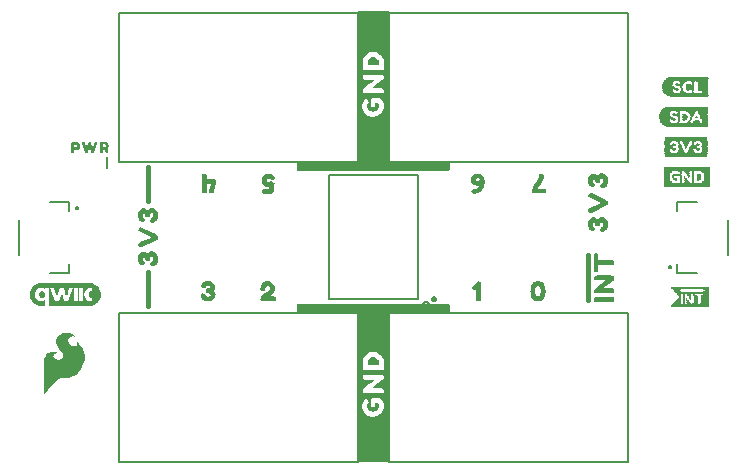
<source format=gto>
G04 EAGLE Gerber RS-274X export*
G75*
%MOMM*%
%FSLAX34Y34*%
%LPD*%
%INSilkscreen Top*%
%IPPOS*%
%AMOC8*
5,1,8,0,0,1.08239X$1,22.5*%
G01*
%ADD10C,0.381000*%
%ADD11C,0.254000*%
%ADD12C,0.203200*%
%ADD13R,3.640000X0.040000*%
%ADD14R,0.720000X0.040000*%
%ADD15R,1.800000X0.040000*%
%ADD16R,0.600000X0.040000*%
%ADD17R,0.280000X0.040000*%
%ADD18R,0.560000X0.040000*%
%ADD19R,0.200000X0.040000*%
%ADD20R,0.520000X0.040000*%
%ADD21R,0.160000X0.040000*%
%ADD22R,0.480000X0.040000*%
%ADD23R,0.120000X0.040000*%
%ADD24R,0.080000X0.040000*%
%ADD25R,0.440000X0.040000*%
%ADD26R,0.400000X0.040000*%
%ADD27R,0.360000X0.040000*%
%ADD28R,0.320000X0.040000*%
%ADD29R,0.240000X0.040000*%
%ADD30R,0.880000X0.040000*%
%ADD31R,0.040000X0.040000*%
%ADD32R,0.760000X0.040000*%
%ADD33R,0.640000X0.040000*%
%ADD34R,3.880000X0.040000*%
%ADD35R,0.840000X0.040000*%
%ADD36R,2.800000X0.040000*%
%ADD37R,0.680000X0.040000*%
%ADD38R,0.800000X0.040000*%
%ADD39R,3.280000X0.040000*%
%ADD40R,3.400000X0.040000*%
%ADD41R,3.480000X0.040000*%
%ADD42R,3.560000X0.040000*%
%ADD43R,3.600000X0.040000*%
%ADD44R,3.680000X0.040000*%
%ADD45R,0.960000X0.040000*%
%ADD46R,1.560000X0.040000*%
%ADD47R,0.920000X0.040000*%
%ADD48R,1.000000X0.040000*%
%ADD49R,1.080000X0.040000*%
%ADD50R,1.240000X0.040000*%
%ADD51R,1.320000X0.040000*%
%ADD52R,3.520000X0.040000*%
%ADD53R,3.720000X0.040000*%
%ADD54R,3.800000X0.040000*%
%ADD55R,3.840000X0.040000*%
%ADD56R,3.920000X0.040000*%
%ADD57R,1.120000X0.040000*%
%ADD58R,1.360000X0.040000*%
%ADD59R,3.240000X0.040000*%
%ADD60R,3.200000X0.040000*%
%ADD61R,3.160000X0.040000*%
%ADD62R,3.120000X0.040000*%
%ADD63R,2.840000X0.040000*%
%ADD64R,2.760000X0.040000*%
%ADD65R,2.720000X0.040000*%
%ADD66R,3.080000X0.040000*%
%ADD67C,0.152400*%

G36*
X317447Y31787D02*
X317447Y31787D01*
X317443Y31792D01*
X317449Y31796D01*
X317549Y32896D01*
X317547Y32898D01*
X317549Y32900D01*
X317549Y96782D01*
X317558Y96783D01*
X317616Y96781D01*
X317698Y96803D01*
X317782Y96815D01*
X317835Y96839D01*
X317891Y96853D01*
X317964Y96896D01*
X318041Y96931D01*
X318086Y96969D01*
X318136Y96999D01*
X318194Y97060D01*
X318258Y97115D01*
X318290Y97163D01*
X318330Y97206D01*
X318369Y97281D01*
X318416Y97351D01*
X318433Y97407D01*
X318460Y97459D01*
X318471Y97527D01*
X318501Y97622D01*
X318504Y97722D01*
X318515Y97790D01*
X318515Y125985D01*
X368300Y125985D01*
X368358Y125993D01*
X368416Y125991D01*
X368498Y126013D01*
X368582Y126025D01*
X368635Y126049D01*
X368691Y126063D01*
X368764Y126106D01*
X368841Y126141D01*
X368886Y126179D01*
X368936Y126209D01*
X368994Y126270D01*
X369058Y126325D01*
X369090Y126373D01*
X369130Y126416D01*
X369169Y126491D01*
X369216Y126561D01*
X369233Y126617D01*
X369260Y126669D01*
X369271Y126737D01*
X369301Y126832D01*
X369304Y126932D01*
X369315Y127000D01*
X369315Y133350D01*
X369307Y133408D01*
X369309Y133466D01*
X369287Y133548D01*
X369275Y133632D01*
X369252Y133685D01*
X369237Y133741D01*
X369194Y133814D01*
X369159Y133891D01*
X369121Y133936D01*
X369092Y133986D01*
X369030Y134044D01*
X368976Y134108D01*
X368927Y134140D01*
X368884Y134180D01*
X368809Y134219D01*
X368739Y134266D01*
X368683Y134283D01*
X368631Y134310D01*
X368563Y134321D01*
X368468Y134351D01*
X368368Y134354D01*
X368300Y134365D01*
X241300Y134365D01*
X241242Y134357D01*
X241184Y134359D01*
X241102Y134337D01*
X241019Y134325D01*
X240965Y134302D01*
X240909Y134287D01*
X240836Y134244D01*
X240759Y134209D01*
X240714Y134171D01*
X240664Y134142D01*
X240606Y134080D01*
X240542Y134026D01*
X240510Y133977D01*
X240470Y133934D01*
X240431Y133859D01*
X240385Y133789D01*
X240367Y133733D01*
X240340Y133681D01*
X240329Y133613D01*
X240299Y133518D01*
X240296Y133418D01*
X240285Y133350D01*
X240285Y127000D01*
X240293Y126942D01*
X240291Y126884D01*
X240313Y126802D01*
X240325Y126719D01*
X240349Y126665D01*
X240363Y126609D01*
X240406Y126536D01*
X240441Y126459D01*
X240479Y126414D01*
X240509Y126364D01*
X240570Y126306D01*
X240625Y126242D01*
X240673Y126210D01*
X240716Y126170D01*
X240791Y126131D01*
X240861Y126085D01*
X240917Y126067D01*
X240969Y126040D01*
X241037Y126029D01*
X241132Y125999D01*
X241232Y125996D01*
X241300Y125985D01*
X291085Y125985D01*
X291085Y97790D01*
X291093Y97732D01*
X291091Y97674D01*
X291113Y97592D01*
X291125Y97509D01*
X291149Y97455D01*
X291163Y97399D01*
X291206Y97326D01*
X291241Y97249D01*
X291279Y97204D01*
X291309Y97154D01*
X291370Y97096D01*
X291425Y97032D01*
X291473Y97000D01*
X291516Y96960D01*
X291591Y96921D01*
X291661Y96875D01*
X291717Y96857D01*
X291769Y96830D01*
X291837Y96819D01*
X291932Y96789D01*
X292032Y96786D01*
X292051Y96783D01*
X292051Y31800D01*
X292087Y31753D01*
X292094Y31758D01*
X292100Y31751D01*
X317400Y31751D01*
X317447Y31787D01*
G37*
G36*
X317447Y285787D02*
X317447Y285787D01*
X317443Y285792D01*
X317449Y285796D01*
X317549Y286896D01*
X317547Y286898D01*
X317549Y286900D01*
X317549Y350782D01*
X317558Y350783D01*
X317616Y350781D01*
X317698Y350803D01*
X317782Y350815D01*
X317835Y350839D01*
X317891Y350853D01*
X317964Y350896D01*
X318041Y350931D01*
X318086Y350969D01*
X318136Y350999D01*
X318194Y351060D01*
X318258Y351115D01*
X318290Y351163D01*
X318330Y351206D01*
X318369Y351281D01*
X318416Y351351D01*
X318433Y351407D01*
X318460Y351459D01*
X318471Y351527D01*
X318501Y351622D01*
X318504Y351722D01*
X318515Y351790D01*
X318515Y381000D01*
X318507Y381058D01*
X318509Y381116D01*
X318487Y381198D01*
X318475Y381282D01*
X318452Y381335D01*
X318437Y381391D01*
X318394Y381464D01*
X318359Y381541D01*
X318321Y381586D01*
X318292Y381636D01*
X318230Y381694D01*
X318176Y381758D01*
X318127Y381790D01*
X318084Y381830D01*
X318009Y381869D01*
X317939Y381916D01*
X317883Y381933D01*
X317831Y381960D01*
X317763Y381971D01*
X317668Y382001D01*
X317568Y382004D01*
X317500Y382015D01*
X292100Y382015D01*
X292042Y382007D01*
X291984Y382009D01*
X291902Y381987D01*
X291819Y381975D01*
X291765Y381952D01*
X291709Y381937D01*
X291636Y381894D01*
X291559Y381859D01*
X291514Y381821D01*
X291464Y381792D01*
X291406Y381730D01*
X291342Y381676D01*
X291310Y381627D01*
X291270Y381584D01*
X291231Y381509D01*
X291185Y381439D01*
X291167Y381383D01*
X291140Y381331D01*
X291129Y381263D01*
X291099Y381168D01*
X291096Y381068D01*
X291085Y381000D01*
X291085Y351790D01*
X291093Y351732D01*
X291091Y351674D01*
X291113Y351592D01*
X291125Y351509D01*
X291149Y351455D01*
X291163Y351399D01*
X291206Y351326D01*
X291241Y351249D01*
X291279Y351204D01*
X291309Y351154D01*
X291370Y351096D01*
X291425Y351032D01*
X291473Y351000D01*
X291516Y350960D01*
X291591Y350921D01*
X291661Y350875D01*
X291717Y350857D01*
X291769Y350830D01*
X291837Y350819D01*
X291932Y350789D01*
X292032Y350786D01*
X292051Y350783D01*
X292051Y285800D01*
X292087Y285753D01*
X292094Y285758D01*
X292100Y285751D01*
X317400Y285751D01*
X317447Y285787D01*
G37*
G36*
X368358Y246643D02*
X368358Y246643D01*
X368416Y246641D01*
X368498Y246663D01*
X368582Y246675D01*
X368635Y246699D01*
X368691Y246713D01*
X368764Y246756D01*
X368841Y246791D01*
X368886Y246829D01*
X368936Y246859D01*
X368994Y246920D01*
X369058Y246975D01*
X369090Y247023D01*
X369130Y247066D01*
X369169Y247141D01*
X369216Y247211D01*
X369233Y247267D01*
X369260Y247319D01*
X369271Y247387D01*
X369301Y247482D01*
X369304Y247582D01*
X369315Y247650D01*
X369315Y254000D01*
X369307Y254058D01*
X369309Y254116D01*
X369287Y254198D01*
X369275Y254282D01*
X369252Y254335D01*
X369237Y254391D01*
X369194Y254464D01*
X369159Y254541D01*
X369121Y254586D01*
X369092Y254636D01*
X369030Y254694D01*
X368976Y254758D01*
X368927Y254790D01*
X368884Y254830D01*
X368809Y254869D01*
X368739Y254916D01*
X368683Y254933D01*
X368631Y254960D01*
X368563Y254971D01*
X368468Y255001D01*
X368368Y255004D01*
X368300Y255015D01*
X318474Y255015D01*
X318501Y255102D01*
X318504Y255202D01*
X318515Y255270D01*
X318515Y284480D01*
X318507Y284538D01*
X318509Y284596D01*
X318487Y284678D01*
X318475Y284762D01*
X318452Y284815D01*
X318437Y284871D01*
X318394Y284944D01*
X318359Y285021D01*
X318321Y285066D01*
X318292Y285116D01*
X318230Y285174D01*
X318176Y285238D01*
X318127Y285270D01*
X318084Y285310D01*
X318009Y285349D01*
X317939Y285396D01*
X317883Y285413D01*
X317831Y285440D01*
X317763Y285451D01*
X317668Y285481D01*
X317568Y285484D01*
X317500Y285495D01*
X292100Y285495D01*
X292042Y285487D01*
X291984Y285489D01*
X291902Y285467D01*
X291819Y285455D01*
X291765Y285432D01*
X291709Y285417D01*
X291636Y285374D01*
X291559Y285339D01*
X291514Y285301D01*
X291464Y285272D01*
X291406Y285210D01*
X291342Y285156D01*
X291310Y285107D01*
X291270Y285064D01*
X291231Y284989D01*
X291185Y284919D01*
X291167Y284863D01*
X291140Y284811D01*
X291129Y284743D01*
X291099Y284648D01*
X291096Y284548D01*
X291085Y284480D01*
X291085Y255270D01*
X291093Y255212D01*
X291091Y255154D01*
X291113Y255072D01*
X291121Y255015D01*
X241300Y255015D01*
X241242Y255007D01*
X241184Y255009D01*
X241102Y254987D01*
X241019Y254975D01*
X240965Y254952D01*
X240909Y254937D01*
X240836Y254894D01*
X240759Y254859D01*
X240714Y254821D01*
X240664Y254792D01*
X240606Y254730D01*
X240542Y254676D01*
X240510Y254627D01*
X240470Y254584D01*
X240431Y254509D01*
X240385Y254439D01*
X240367Y254383D01*
X240340Y254331D01*
X240329Y254263D01*
X240299Y254168D01*
X240296Y254068D01*
X240285Y254000D01*
X240285Y247650D01*
X240293Y247592D01*
X240291Y247534D01*
X240313Y247452D01*
X240325Y247369D01*
X240349Y247315D01*
X240363Y247259D01*
X240406Y247186D01*
X240441Y247109D01*
X240479Y247064D01*
X240509Y247014D01*
X240570Y246956D01*
X240625Y246892D01*
X240673Y246860D01*
X240716Y246820D01*
X240791Y246781D01*
X240861Y246735D01*
X240917Y246717D01*
X240969Y246690D01*
X241037Y246679D01*
X241132Y246649D01*
X241232Y246646D01*
X241300Y246635D01*
X368300Y246635D01*
X368358Y246643D01*
G37*
G36*
X26375Y58210D02*
X26375Y58210D01*
X26459Y58213D01*
X26460Y58213D01*
X26461Y58213D01*
X26539Y58256D01*
X26612Y58295D01*
X26612Y58296D01*
X26613Y58296D01*
X26617Y58302D01*
X26700Y58410D01*
X26773Y58555D01*
X27129Y58911D01*
X27136Y58922D01*
X27149Y58933D01*
X27749Y59633D01*
X27753Y59640D01*
X27760Y59647D01*
X28452Y60536D01*
X29343Y61526D01*
X29346Y61531D01*
X29352Y61537D01*
X30347Y62730D01*
X31440Y63923D01*
X32639Y65221D01*
X33939Y66621D01*
X33943Y66628D01*
X33950Y66634D01*
X35040Y67922D01*
X36122Y69004D01*
X37097Y69882D01*
X38049Y70548D01*
X39089Y71021D01*
X40111Y71300D01*
X43960Y71300D01*
X43980Y71305D01*
X44007Y71303D01*
X46407Y71603D01*
X46429Y71611D01*
X46460Y71613D01*
X48660Y72213D01*
X48683Y72225D01*
X48716Y72233D01*
X50716Y73133D01*
X50735Y73147D01*
X50763Y73159D01*
X52663Y74359D01*
X52674Y74369D01*
X52691Y74378D01*
X54391Y75678D01*
X54408Y75699D01*
X54437Y75720D01*
X55937Y77320D01*
X55945Y77334D01*
X55960Y77347D01*
X57360Y79147D01*
X57373Y79174D01*
X57398Y79206D01*
X59298Y82906D01*
X59306Y82937D01*
X59326Y82978D01*
X60326Y86578D01*
X60328Y86612D01*
X60340Y86658D01*
X60540Y90158D01*
X60534Y90190D01*
X60536Y90237D01*
X60036Y93537D01*
X60025Y93566D01*
X60018Y93608D01*
X59018Y96408D01*
X59004Y96429D01*
X58994Y96461D01*
X57694Y98861D01*
X57668Y98890D01*
X57629Y98949D01*
X55929Y100649D01*
X55899Y100667D01*
X55862Y100702D01*
X54262Y101702D01*
X54196Y101725D01*
X54132Y101753D01*
X54115Y101753D01*
X54098Y101758D01*
X54029Y101749D01*
X53959Y101747D01*
X53944Y101738D01*
X53926Y101736D01*
X53868Y101697D01*
X53807Y101664D01*
X53797Y101649D01*
X53782Y101639D01*
X53747Y101579D01*
X53707Y101522D01*
X53704Y101503D01*
X53696Y101489D01*
X53693Y101450D01*
X53680Y101380D01*
X53680Y100780D01*
X53687Y100750D01*
X53687Y100705D01*
X53773Y100274D01*
X53597Y99214D01*
X53358Y98816D01*
X52943Y98401D01*
X52382Y98160D01*
X51813Y98160D01*
X50498Y98536D01*
X49757Y98907D01*
X48395Y99880D01*
X47718Y100459D01*
X47259Y100918D01*
X46782Y101682D01*
X46779Y101685D01*
X46776Y101691D01*
X46409Y102242D01*
X46232Y102864D01*
X46145Y103380D01*
X46228Y103877D01*
X46407Y104324D01*
X46682Y104874D01*
X47036Y105316D01*
X47774Y105962D01*
X48152Y106151D01*
X48493Y106321D01*
X49227Y106505D01*
X50081Y106600D01*
X51313Y106600D01*
X51668Y106511D01*
X51704Y106511D01*
X51760Y106500D01*
X51860Y106500D01*
X51921Y106514D01*
X51984Y106520D01*
X52005Y106534D01*
X52029Y106539D01*
X52077Y106579D01*
X52130Y106613D01*
X52143Y106634D01*
X52162Y106649D01*
X52188Y106707D01*
X52221Y106760D01*
X52223Y106785D01*
X52233Y106808D01*
X52231Y106870D01*
X52237Y106933D01*
X52228Y106956D01*
X52227Y106981D01*
X52197Y107036D01*
X52174Y107095D01*
X52154Y107114D01*
X52144Y107133D01*
X52113Y107154D01*
X52071Y107196D01*
X51777Y107393D01*
X51081Y107889D01*
X51066Y107895D01*
X51052Y107908D01*
X49852Y108608D01*
X49828Y108616D01*
X49801Y108633D01*
X48301Y109233D01*
X48283Y109236D01*
X48262Y109246D01*
X46462Y109746D01*
X46428Y109748D01*
X46379Y109760D01*
X44379Y109860D01*
X44341Y109853D01*
X44276Y109851D01*
X42076Y109351D01*
X42042Y109334D01*
X41984Y109317D01*
X39684Y108117D01*
X39659Y108096D01*
X39618Y108074D01*
X37918Y106674D01*
X37895Y106643D01*
X37847Y106595D01*
X36747Y104995D01*
X36733Y104960D01*
X36701Y104907D01*
X36101Y103207D01*
X36098Y103172D01*
X36096Y103161D01*
X36087Y103142D01*
X36088Y103120D01*
X36080Y103080D01*
X36080Y101380D01*
X36089Y101342D01*
X36095Y101273D01*
X36595Y99573D01*
X36609Y99548D01*
X36620Y99510D01*
X37520Y97710D01*
X37539Y97687D01*
X37558Y97649D01*
X38858Y95949D01*
X38875Y95935D01*
X38891Y95911D01*
X40582Y94221D01*
X41838Y92771D01*
X42480Y91396D01*
X42480Y90137D01*
X42121Y88972D01*
X41309Y88070D01*
X40199Y87329D01*
X38907Y86960D01*
X37411Y86960D01*
X36371Y87244D01*
X35551Y87517D01*
X34918Y88059D01*
X34373Y88605D01*
X34116Y89118D01*
X33940Y89733D01*
X33940Y90318D01*
X34101Y90801D01*
X34348Y91130D01*
X34714Y91496D01*
X35193Y91879D01*
X35548Y92146D01*
X36001Y92327D01*
X36013Y92335D01*
X36030Y92340D01*
X36274Y92462D01*
X36630Y92640D01*
X36659Y92664D01*
X36729Y92711D01*
X36829Y92811D01*
X36842Y92833D01*
X36862Y92849D01*
X36888Y92906D01*
X36920Y92958D01*
X36923Y92984D01*
X36933Y93008D01*
X36931Y93069D01*
X36937Y93131D01*
X36928Y93155D01*
X36927Y93181D01*
X36897Y93235D01*
X36875Y93293D01*
X36856Y93310D01*
X36844Y93333D01*
X36794Y93368D01*
X36748Y93410D01*
X36723Y93418D01*
X36702Y93433D01*
X36618Y93449D01*
X36582Y93460D01*
X36572Y93458D01*
X36560Y93460D01*
X36522Y93460D01*
X36291Y93537D01*
X35801Y93733D01*
X35766Y93738D01*
X35714Y93756D01*
X35014Y93856D01*
X34990Y93854D01*
X34960Y93860D01*
X33160Y93860D01*
X33130Y93853D01*
X33085Y93853D01*
X32085Y93653D01*
X32075Y93648D01*
X32060Y93647D01*
X30960Y93347D01*
X30943Y93338D01*
X30919Y93333D01*
X29919Y92933D01*
X29892Y92914D01*
X29849Y92896D01*
X28949Y92296D01*
X28928Y92274D01*
X28891Y92249D01*
X28091Y91449D01*
X28080Y91431D01*
X28060Y91413D01*
X27360Y90513D01*
X27349Y90489D01*
X27326Y90462D01*
X26726Y89362D01*
X26717Y89329D01*
X26694Y89284D01*
X26294Y87884D01*
X26293Y87859D01*
X26283Y87827D01*
X26083Y86227D01*
X26084Y86215D01*
X26080Y86200D01*
X25980Y84300D01*
X25982Y84291D01*
X25980Y84280D01*
X25980Y58580D01*
X26000Y58495D01*
X26019Y58413D01*
X26019Y58412D01*
X26019Y58411D01*
X26076Y58343D01*
X26128Y58279D01*
X26129Y58278D01*
X26207Y58243D01*
X26286Y58207D01*
X26287Y58207D01*
X26288Y58207D01*
X26375Y58210D01*
G37*
G36*
X26809Y132579D02*
X26809Y132579D01*
X26831Y132583D01*
X26838Y132598D01*
X26847Y132604D01*
X26846Y132614D01*
X26853Y132630D01*
X26853Y138070D01*
X26849Y138076D01*
X26834Y138114D01*
X26824Y138124D01*
X26817Y138126D01*
X26816Y138127D01*
X26813Y138127D01*
X26796Y138131D01*
X26768Y138142D01*
X26763Y138138D01*
X26758Y138139D01*
X26751Y138130D01*
X26726Y138112D01*
X26656Y137992D01*
X26597Y137894D01*
X26502Y137760D01*
X26317Y137566D01*
X26090Y137378D01*
X25903Y137230D01*
X25688Y137094D01*
X25392Y136926D01*
X25118Y136809D01*
X24753Y136690D01*
X24468Y136622D01*
X24152Y136572D01*
X23796Y136533D01*
X23501Y136533D01*
X23204Y136543D01*
X22848Y136572D01*
X22244Y136671D01*
X21628Y136860D01*
X21622Y136858D01*
X21612Y136869D01*
X21315Y136978D01*
X21001Y137135D01*
X20655Y137352D01*
X20358Y137550D01*
X20063Y137806D01*
X19796Y138082D01*
X19579Y138330D01*
X19402Y138566D01*
X19164Y138943D01*
X19044Y139151D01*
X19032Y139158D01*
X19027Y139164D01*
X19027Y139176D01*
X18897Y139465D01*
X18749Y139803D01*
X18640Y140117D01*
X18531Y140604D01*
X18432Y141042D01*
X18382Y141357D01*
X18343Y142002D01*
X18333Y142261D01*
X18343Y142588D01*
X18331Y142607D01*
X18339Y142620D01*
X18348Y142627D01*
X18347Y142635D01*
X18353Y142645D01*
X18412Y143333D01*
X18452Y143619D01*
X18521Y143937D01*
X18600Y144263D01*
X18729Y144668D01*
X18857Y144975D01*
X19026Y145332D01*
X19214Y145677D01*
X19361Y145893D01*
X19589Y146190D01*
X19904Y146545D01*
X20428Y146970D01*
X20704Y147167D01*
X21060Y147365D01*
X21063Y147371D01*
X21067Y147369D01*
X21070Y147373D01*
X21076Y147373D01*
X21385Y147512D01*
X21729Y147650D01*
X22133Y147749D01*
X22628Y147838D01*
X23044Y147877D01*
X23511Y147897D01*
X23677Y147897D01*
X23984Y147868D01*
X24191Y147848D01*
X24486Y147789D01*
X24616Y147759D01*
X24851Y147700D01*
X25066Y147612D01*
X25353Y147493D01*
X25629Y147346D01*
X25884Y147188D01*
X26180Y146962D01*
X26427Y146735D01*
X26674Y146487D01*
X26753Y146398D01*
X26767Y146395D01*
X26774Y146383D01*
X26797Y146386D01*
X26819Y146380D01*
X26828Y146391D01*
X26841Y146393D01*
X26856Y146424D01*
X26862Y146432D01*
X26861Y146436D01*
X26863Y146440D01*
X26863Y147787D01*
X30457Y147787D01*
X30467Y132660D01*
X30479Y132641D01*
X30483Y132619D01*
X30498Y132612D01*
X30504Y132603D01*
X30514Y132604D01*
X30530Y132597D01*
X37700Y132597D01*
X37710Y132604D01*
X37714Y132604D01*
X37730Y132597D01*
X45171Y132607D01*
X45174Y132603D01*
X45184Y132604D01*
X45200Y132597D01*
X54080Y132597D01*
X54092Y132605D01*
X54094Y132603D01*
X54104Y132604D01*
X54120Y132597D01*
X64210Y132597D01*
X64211Y132598D01*
X64213Y132597D01*
X65113Y132647D01*
X65130Y132660D01*
X65136Y132658D01*
X66306Y132768D01*
X66311Y132771D01*
X66320Y132770D01*
X66499Y132830D01*
X67118Y133010D01*
X67818Y133220D01*
X67820Y133223D01*
X67825Y133222D01*
X68445Y133492D01*
X68446Y133494D01*
X68449Y133494D01*
X69019Y133794D01*
X69019Y133795D01*
X69020Y133795D01*
X69680Y134155D01*
X69682Y134159D01*
X69688Y134160D01*
X70308Y134630D01*
X70308Y134631D01*
X70310Y134632D01*
X71060Y135262D01*
X71061Y135265D01*
X71065Y135266D01*
X71495Y135706D01*
X71495Y135708D01*
X71498Y135710D01*
X72098Y136430D01*
X72099Y136439D01*
X72107Y136444D01*
X72106Y136454D01*
X72140Y136472D01*
X72360Y136762D01*
X72360Y136766D01*
X72364Y136769D01*
X72964Y137819D01*
X72964Y137820D01*
X72966Y137821D01*
X73356Y138571D01*
X73355Y138575D01*
X73359Y138579D01*
X73479Y138919D01*
X73479Y138920D01*
X73480Y138921D01*
X73660Y139501D01*
X73658Y139509D01*
X73660Y139511D01*
X73860Y140151D01*
X73859Y140155D01*
X73862Y140158D01*
X73952Y140628D01*
X73951Y140631D01*
X73952Y140634D01*
X74112Y142184D01*
X74110Y142188D01*
X74113Y142194D01*
X74053Y143064D01*
X74052Y143065D01*
X74052Y143067D01*
X73942Y144077D01*
X73942Y144078D01*
X73942Y144080D01*
X73892Y144400D01*
X73889Y144403D01*
X73890Y144408D01*
X73770Y144798D01*
X73731Y144946D01*
X73721Y144955D01*
X73721Y144958D01*
X73719Y144959D01*
X73718Y144965D01*
X73720Y144979D01*
X73440Y145859D01*
X73438Y145861D01*
X73438Y145864D01*
X73238Y146354D01*
X73236Y146356D01*
X73235Y146360D01*
X72845Y147080D01*
X72535Y147640D01*
X72531Y147642D01*
X72530Y147648D01*
X72290Y147968D01*
X72288Y147969D01*
X72287Y147971D01*
X72283Y147973D01*
X72279Y147989D01*
X71519Y148929D01*
X71517Y148930D01*
X71516Y148931D01*
X71516Y148933D01*
X71136Y149333D01*
X71132Y149334D01*
X71130Y149338D01*
X70730Y149668D01*
X70730Y149669D01*
X70290Y150029D01*
X69961Y150308D01*
X69956Y150308D01*
X69952Y150314D01*
X69522Y150574D01*
X69521Y150574D01*
X69520Y150575D01*
X68680Y151035D01*
X68679Y151035D01*
X68678Y151036D01*
X68028Y151366D01*
X68024Y151365D01*
X68019Y151370D01*
X67489Y151540D01*
X66559Y151830D01*
X66544Y151826D01*
X66542Y151827D01*
X66536Y151837D01*
X66528Y151836D01*
X66517Y151842D01*
X64377Y152092D01*
X64374Y152091D01*
X64370Y152093D01*
X59390Y152093D01*
X59377Y152085D01*
X59376Y152087D01*
X59366Y152086D01*
X59350Y152093D01*
X50899Y152083D01*
X50896Y152087D01*
X50884Y152085D01*
X50874Y152093D01*
X50861Y152088D01*
X50850Y152093D01*
X34840Y152093D01*
X34830Y152086D01*
X34826Y152086D01*
X34810Y152093D01*
X26810Y152093D01*
X26806Y152090D01*
X26800Y152093D01*
X24070Y152093D01*
X24068Y152091D01*
X24065Y152093D01*
X22425Y151963D01*
X22423Y151961D01*
X22420Y151962D01*
X21750Y151852D01*
X21747Y151849D01*
X21742Y151850D01*
X20492Y151480D01*
X20491Y151478D01*
X20488Y151479D01*
X19808Y151219D01*
X19805Y151216D01*
X19800Y151215D01*
X19190Y150885D01*
X19189Y150885D01*
X18530Y150515D01*
X18512Y150506D01*
X18501Y150488D01*
X18493Y150490D01*
X18488Y150484D01*
X18475Y150482D01*
X18125Y150242D01*
X18124Y150239D01*
X18120Y150239D01*
X17630Y149839D01*
X17630Y149838D01*
X17629Y149838D01*
X17349Y149598D01*
X17349Y149597D01*
X17109Y149387D01*
X17108Y149387D01*
X16928Y149227D01*
X16927Y149224D01*
X16923Y149222D01*
X16673Y148942D01*
X16673Y148941D01*
X16672Y148940D01*
X16322Y148520D01*
X16002Y148130D01*
X16001Y148129D01*
X16000Y148128D01*
X15780Y147838D01*
X15780Y147837D01*
X15779Y147836D01*
X15589Y147566D01*
X15589Y147564D01*
X15586Y147562D01*
X15406Y147252D01*
X15406Y147251D01*
X15405Y147250D01*
X15245Y146960D01*
X15245Y146959D01*
X15244Y146959D01*
X14844Y146179D01*
X14845Y146175D01*
X14841Y146171D01*
X14561Y145381D01*
X14561Y145379D01*
X14560Y145378D01*
X14494Y145152D01*
X14489Y145146D01*
X14219Y144146D01*
X14221Y144142D01*
X14218Y144136D01*
X14158Y143526D01*
X14088Y142846D01*
X14087Y142845D01*
X14057Y142445D01*
X14070Y142422D01*
X14071Y142417D01*
X14067Y142409D01*
X14077Y141979D01*
X14079Y141977D01*
X14078Y141974D01*
X14128Y141464D01*
X14128Y141463D01*
X14178Y140993D01*
X14218Y140604D01*
X14220Y140601D01*
X14219Y140597D01*
X14289Y140267D01*
X14290Y140266D01*
X14289Y140264D01*
X14469Y139604D01*
X14471Y139602D01*
X14470Y139600D01*
X14750Y138760D01*
X14752Y138759D01*
X14752Y138756D01*
X14972Y138216D01*
X14975Y138214D01*
X14975Y138210D01*
X15225Y137760D01*
X15495Y137260D01*
X15593Y137082D01*
X15588Y137072D01*
X15593Y137066D01*
X15591Y137058D01*
X15614Y137041D01*
X15616Y137038D01*
X15620Y137022D01*
X15980Y136542D01*
X15981Y136542D01*
X15982Y136540D01*
X16322Y136130D01*
X16942Y135390D01*
X16947Y135388D01*
X16950Y135381D01*
X18110Y134431D01*
X18112Y134431D01*
X18113Y134430D01*
X18343Y134260D01*
X18345Y134259D01*
X18347Y134256D01*
X18807Y133976D01*
X18809Y133976D01*
X18810Y133975D01*
X19220Y133755D01*
X19221Y133755D01*
X19560Y133575D01*
X19949Y133355D01*
X19971Y133357D01*
X19972Y133349D01*
X19984Y133346D01*
X20002Y133330D01*
X22002Y132740D01*
X22007Y132741D01*
X22014Y132738D01*
X23724Y132568D01*
X23726Y132569D01*
X23730Y132567D01*
X26790Y132567D01*
X26809Y132579D01*
G37*
G36*
X317558Y263D02*
X317558Y263D01*
X317616Y261D01*
X317698Y283D01*
X317782Y295D01*
X317835Y319D01*
X317891Y333D01*
X317964Y376D01*
X318041Y411D01*
X318086Y449D01*
X318136Y479D01*
X318194Y540D01*
X318258Y595D01*
X318290Y643D01*
X318330Y686D01*
X318369Y761D01*
X318416Y831D01*
X318433Y887D01*
X318460Y939D01*
X318471Y1007D01*
X318501Y1102D01*
X318504Y1202D01*
X318515Y1270D01*
X318515Y30480D01*
X318507Y30538D01*
X318509Y30596D01*
X318487Y30678D01*
X318475Y30762D01*
X318452Y30815D01*
X318437Y30871D01*
X318394Y30944D01*
X318359Y31021D01*
X318321Y31066D01*
X318292Y31116D01*
X318230Y31174D01*
X318176Y31238D01*
X318127Y31270D01*
X318084Y31310D01*
X318009Y31349D01*
X317939Y31396D01*
X317883Y31413D01*
X317831Y31440D01*
X317763Y31451D01*
X317668Y31481D01*
X317568Y31484D01*
X317500Y31495D01*
X292100Y31495D01*
X292042Y31487D01*
X291984Y31489D01*
X291902Y31467D01*
X291819Y31455D01*
X291765Y31432D01*
X291709Y31417D01*
X291636Y31374D01*
X291559Y31339D01*
X291514Y31301D01*
X291464Y31272D01*
X291406Y31210D01*
X291342Y31156D01*
X291310Y31107D01*
X291270Y31064D01*
X291231Y30989D01*
X291185Y30919D01*
X291167Y30863D01*
X291140Y30811D01*
X291129Y30743D01*
X291099Y30648D01*
X291096Y30548D01*
X291085Y30480D01*
X291085Y1270D01*
X291093Y1212D01*
X291091Y1154D01*
X291113Y1072D01*
X291125Y989D01*
X291149Y935D01*
X291163Y879D01*
X291206Y806D01*
X291241Y729D01*
X291279Y684D01*
X291309Y634D01*
X291370Y576D01*
X291425Y512D01*
X291473Y480D01*
X291516Y440D01*
X291591Y401D01*
X291661Y355D01*
X291717Y337D01*
X291769Y310D01*
X291837Y299D01*
X291932Y269D01*
X292032Y266D01*
X292100Y255D01*
X317500Y255D01*
X317558Y263D01*
G37*
%LPC*%
G36*
X297704Y312749D02*
X297704Y312749D01*
X296531Y312945D01*
X295948Y313915D01*
X295850Y315293D01*
X296242Y316372D01*
X297231Y317262D01*
X301329Y320260D01*
X304329Y322460D01*
X304330Y322462D01*
X304330Y322461D01*
X305730Y323561D01*
X305732Y323566D01*
X305735Y323565D01*
X306135Y323965D01*
X306137Y323979D01*
X306147Y323987D01*
X306139Y323997D01*
X306143Y324024D01*
X306116Y324028D01*
X306100Y324049D01*
X297023Y324049D01*
X295849Y325418D01*
X295849Y326789D01*
X296335Y327859D01*
X297408Y328151D01*
X298704Y328251D01*
X298743Y328285D01*
X298746Y328288D01*
X298748Y328289D01*
X298753Y328309D01*
X298777Y328257D01*
X298791Y328263D01*
X298800Y328251D01*
X311400Y328251D01*
X311447Y328287D01*
X311446Y328288D01*
X311447Y328289D01*
X311444Y328295D01*
X311449Y328299D01*
X311549Y332099D01*
X311515Y332147D01*
X311506Y332141D01*
X311500Y332149D01*
X299706Y332149D01*
X300640Y336351D01*
X308200Y336351D01*
X308205Y336354D01*
X308208Y336351D01*
X309408Y336551D01*
X309449Y336595D01*
X309446Y336598D01*
X309449Y336600D01*
X309449Y340400D01*
X309433Y340421D01*
X309435Y340435D01*
X309036Y340834D01*
X308237Y341733D01*
X308233Y341734D01*
X308233Y341737D01*
X307233Y342637D01*
X307222Y342638D01*
X307220Y342645D01*
X306120Y343145D01*
X306111Y343143D01*
X306108Y343149D01*
X304808Y343349D01*
X304798Y343343D01*
X304793Y343349D01*
X303493Y343149D01*
X303487Y343144D01*
X303483Y343146D01*
X302383Y342746D01*
X302377Y342737D01*
X302369Y342738D01*
X301369Y341938D01*
X301367Y341931D01*
X301362Y341931D01*
X300562Y340931D01*
X300561Y340924D01*
X300561Y340918D01*
X300553Y340916D01*
X300153Y339716D01*
X300156Y339707D01*
X300151Y339704D01*
X300051Y338404D01*
X300053Y338401D01*
X300051Y338400D01*
X300051Y337200D01*
X300062Y337185D01*
X300058Y337174D01*
X300547Y336391D01*
X299552Y332149D01*
X297507Y332149D01*
X296432Y332442D01*
X295948Y333216D01*
X295849Y334302D01*
X295849Y339396D01*
X296048Y340590D01*
X296347Y341784D01*
X296843Y342876D01*
X297539Y343970D01*
X298436Y344966D01*
X299330Y345860D01*
X300424Y346457D01*
X301518Y347054D01*
X302710Y347352D01*
X304004Y347551D01*
X305296Y347551D01*
X306590Y347352D01*
X307784Y347053D01*
X308876Y346557D01*
X309870Y345861D01*
X310866Y345064D01*
X311761Y344069D01*
X312458Y343074D01*
X313055Y341980D01*
X313452Y340789D01*
X313651Y339496D01*
X313651Y334403D01*
X313453Y333021D01*
X312874Y332346D01*
X311593Y332149D01*
X311556Y332111D01*
X311552Y332108D01*
X311553Y332108D01*
X311551Y332106D01*
X311554Y332103D01*
X311551Y332101D01*
X311451Y328301D01*
X311485Y328253D01*
X311492Y328257D01*
X311496Y328251D01*
X312581Y328152D01*
X313454Y327474D01*
X313651Y325999D01*
X313552Y324723D01*
X312469Y323738D01*
X306370Y319139D01*
X303570Y316939D01*
X303565Y316923D01*
X303553Y316913D01*
X303560Y316903D01*
X303555Y316881D01*
X303583Y316874D01*
X303600Y316851D01*
X312288Y316851D01*
X313260Y316365D01*
X313650Y315293D01*
X313552Y313620D01*
X312876Y312847D01*
X311698Y312749D01*
X297704Y312749D01*
G37*
%LPD*%
%LPC*%
G36*
X297704Y58749D02*
X297704Y58749D01*
X296531Y58945D01*
X295948Y59915D01*
X295850Y61293D01*
X296242Y62372D01*
X297231Y63262D01*
X301329Y66260D01*
X304329Y68460D01*
X304330Y68462D01*
X304330Y68461D01*
X305730Y69561D01*
X305732Y69566D01*
X305735Y69565D01*
X306135Y69965D01*
X306137Y69979D01*
X306147Y69987D01*
X306139Y69997D01*
X306143Y70024D01*
X306116Y70028D01*
X306100Y70049D01*
X297023Y70049D01*
X295849Y71418D01*
X295849Y72789D01*
X296335Y73859D01*
X297408Y74151D01*
X298704Y74251D01*
X298743Y74285D01*
X298746Y74288D01*
X298748Y74289D01*
X298753Y74309D01*
X298777Y74257D01*
X298791Y74263D01*
X298800Y74251D01*
X311400Y74251D01*
X311447Y74287D01*
X311446Y74288D01*
X311447Y74289D01*
X311444Y74295D01*
X311449Y74299D01*
X311549Y78099D01*
X311515Y78147D01*
X311506Y78141D01*
X311500Y78149D01*
X299706Y78149D01*
X300640Y82351D01*
X308200Y82351D01*
X308205Y82354D01*
X308208Y82351D01*
X309408Y82551D01*
X309449Y82595D01*
X309446Y82598D01*
X309449Y82600D01*
X309449Y86400D01*
X309433Y86421D01*
X309435Y86435D01*
X309036Y86834D01*
X308237Y87733D01*
X308233Y87734D01*
X308233Y87737D01*
X307233Y88637D01*
X307222Y88638D01*
X307220Y88645D01*
X306120Y89145D01*
X306111Y89143D01*
X306108Y89149D01*
X304808Y89349D01*
X304798Y89343D01*
X304793Y89349D01*
X303493Y89149D01*
X303487Y89144D01*
X303483Y89146D01*
X302383Y88746D01*
X302377Y88737D01*
X302369Y88738D01*
X301369Y87938D01*
X301367Y87931D01*
X301362Y87931D01*
X300562Y86931D01*
X300561Y86924D01*
X300561Y86918D01*
X300553Y86916D01*
X300153Y85716D01*
X300156Y85707D01*
X300151Y85704D01*
X300051Y84404D01*
X300053Y84401D01*
X300051Y84400D01*
X300051Y83200D01*
X300062Y83185D01*
X300058Y83174D01*
X300547Y82391D01*
X299552Y78149D01*
X297507Y78149D01*
X296432Y78442D01*
X295948Y79216D01*
X295849Y80302D01*
X295849Y85396D01*
X296048Y86590D01*
X296347Y87784D01*
X296843Y88876D01*
X297539Y89970D01*
X298436Y90966D01*
X299330Y91860D01*
X300424Y92457D01*
X301518Y93054D01*
X302710Y93352D01*
X304004Y93551D01*
X305296Y93551D01*
X306590Y93352D01*
X307784Y93053D01*
X308876Y92557D01*
X309870Y91861D01*
X310866Y91064D01*
X311761Y90069D01*
X312458Y89074D01*
X313055Y87980D01*
X313452Y86789D01*
X313651Y85496D01*
X313651Y80403D01*
X313453Y79021D01*
X312874Y78346D01*
X311593Y78149D01*
X311556Y78111D01*
X311552Y78108D01*
X311553Y78108D01*
X311551Y78106D01*
X311554Y78103D01*
X311551Y78101D01*
X311451Y74301D01*
X311485Y74253D01*
X311492Y74257D01*
X311496Y74251D01*
X312581Y74152D01*
X313454Y73474D01*
X313651Y71999D01*
X313552Y70723D01*
X312469Y69738D01*
X306370Y65139D01*
X303570Y62939D01*
X303565Y62923D01*
X303553Y62913D01*
X303560Y62903D01*
X303555Y62881D01*
X303583Y62874D01*
X303600Y62851D01*
X312288Y62851D01*
X313260Y62365D01*
X313650Y61293D01*
X313552Y59620D01*
X312876Y58847D01*
X311698Y58749D01*
X297704Y58749D01*
G37*
%LPD*%
G36*
X445354Y136531D02*
X445354Y136531D01*
X445359Y136536D01*
X445363Y136533D01*
X446463Y136833D01*
X446467Y136838D01*
X446472Y136836D01*
X447472Y137336D01*
X447476Y137344D01*
X447483Y137343D01*
X448383Y138143D01*
X448384Y138148D01*
X448387Y138148D01*
X449087Y138948D01*
X449088Y138955D01*
X449093Y138956D01*
X449593Y139856D01*
X449592Y139862D01*
X449593Y139862D01*
X449596Y139863D01*
X449996Y140963D01*
X449995Y140966D01*
X449998Y140967D01*
X450298Y142067D01*
X450296Y142071D01*
X450299Y142073D01*
X450499Y143373D01*
X450497Y143375D01*
X450499Y143376D01*
X450599Y144676D01*
X450598Y144679D01*
X450599Y144680D01*
X450599Y145980D01*
X450597Y145983D01*
X450599Y145984D01*
X450499Y147184D01*
X450497Y147187D01*
X450498Y147189D01*
X450298Y148289D01*
X450295Y148292D01*
X450297Y148296D01*
X449897Y149496D01*
X449896Y149496D01*
X449896Y149497D01*
X449496Y150597D01*
X449490Y150601D01*
X449492Y150605D01*
X448892Y151605D01*
X448884Y151609D01*
X448885Y151615D01*
X448085Y152415D01*
X448078Y152416D01*
X448078Y152420D01*
X447078Y153120D01*
X447071Y153120D01*
X447070Y153125D01*
X445970Y153625D01*
X445962Y153623D01*
X445959Y153628D01*
X444859Y153828D01*
X444853Y153825D01*
X444850Y153829D01*
X443550Y153829D01*
X443543Y153824D01*
X443538Y153828D01*
X442338Y153528D01*
X442335Y153524D01*
X442332Y153526D01*
X441332Y153126D01*
X441329Y153122D01*
X441326Y153123D01*
X440226Y152523D01*
X440221Y152511D01*
X440212Y152512D01*
X439712Y151912D01*
X439712Y151905D01*
X439707Y151904D01*
X439207Y151004D01*
X439207Y151001D01*
X439205Y151000D01*
X438705Y149900D01*
X438706Y149897D01*
X438703Y149896D01*
X438303Y148696D01*
X438304Y148694D01*
X438303Y148693D01*
X438003Y147593D01*
X438005Y147587D01*
X438001Y147584D01*
X437901Y146384D01*
X437801Y145084D01*
X437804Y145079D01*
X437801Y145076D01*
X437901Y143776D01*
X438001Y142576D01*
X438003Y142573D01*
X438002Y142571D01*
X438202Y141471D01*
X438206Y141467D01*
X438204Y141463D01*
X438604Y140363D01*
X438606Y140362D01*
X438605Y140360D01*
X439105Y139260D01*
X439110Y139257D01*
X439109Y139253D01*
X439709Y138353D01*
X439718Y138350D01*
X439717Y138343D01*
X440617Y137543D01*
X440626Y137543D01*
X440626Y137537D01*
X441726Y136937D01*
X441732Y136938D01*
X441733Y136934D01*
X442833Y136534D01*
X442842Y136537D01*
X442846Y136531D01*
X444046Y136431D01*
X444051Y136434D01*
X444054Y136431D01*
X445354Y136531D01*
G37*
%LPC*%
G36*
X302908Y38849D02*
X302908Y38849D01*
X301616Y39147D01*
X300522Y39644D01*
X299426Y40242D01*
X298433Y40937D01*
X297538Y41931D01*
X296741Y42927D01*
X296145Y44020D01*
X295747Y45214D01*
X295449Y46408D01*
X295349Y47602D01*
X295349Y48894D01*
X295647Y50086D01*
X296045Y51280D01*
X296642Y52374D01*
X297433Y53461D01*
X298400Y53945D01*
X299571Y53359D01*
X300555Y52375D01*
X300749Y51505D01*
X299755Y49119D01*
X299757Y49110D01*
X299751Y49108D01*
X299551Y47808D01*
X299555Y47800D01*
X299551Y47796D01*
X299651Y46596D01*
X299658Y46588D01*
X299655Y46581D01*
X300155Y45381D01*
X300161Y45377D01*
X300160Y45372D01*
X300860Y44372D01*
X300869Y44369D01*
X300869Y44362D01*
X301869Y43562D01*
X301881Y43561D01*
X301883Y43554D01*
X302983Y43154D01*
X302993Y43157D01*
X302997Y43151D01*
X304397Y43051D01*
X304401Y43054D01*
X304404Y43051D01*
X305704Y43151D01*
X305713Y43159D01*
X305720Y43155D01*
X306820Y43655D01*
X306824Y43661D01*
X306828Y43660D01*
X307828Y44360D01*
X307831Y44369D01*
X307838Y44369D01*
X308738Y45469D01*
X308738Y45477D01*
X308740Y45478D01*
X308740Y45479D01*
X308745Y45480D01*
X309245Y46580D01*
X309243Y46589D01*
X309249Y46592D01*
X309449Y47792D01*
X309443Y47802D01*
X309449Y47808D01*
X309249Y49108D01*
X309244Y49113D01*
X309246Y49117D01*
X308846Y50217D01*
X308804Y50244D01*
X308800Y50249D01*
X306200Y50249D01*
X306153Y50213D01*
X306158Y50207D01*
X306151Y50202D01*
X306051Y47619D01*
X305376Y46848D01*
X304109Y46750D01*
X303039Y47236D01*
X302649Y48309D01*
X302649Y52395D01*
X302944Y53772D01*
X303718Y54352D01*
X305002Y54451D01*
X310092Y54451D01*
X311272Y54057D01*
X312061Y53170D01*
X312657Y52276D01*
X313153Y51184D01*
X313452Y49891D01*
X313651Y48497D01*
X313651Y47104D01*
X313452Y45912D01*
X313054Y44718D01*
X312557Y43624D01*
X311860Y42529D01*
X311064Y41534D01*
X310070Y40639D01*
X308976Y39943D01*
X307881Y39446D01*
X306788Y39048D01*
X305494Y38849D01*
X304200Y38749D01*
X302908Y38849D01*
G37*
%LPD*%
%LPC*%
G36*
X302908Y292849D02*
X302908Y292849D01*
X301616Y293147D01*
X300522Y293644D01*
X299426Y294242D01*
X298433Y294937D01*
X297538Y295931D01*
X296741Y296927D01*
X296145Y298020D01*
X295747Y299214D01*
X295449Y300408D01*
X295349Y301602D01*
X295349Y302894D01*
X295647Y304086D01*
X296045Y305280D01*
X296642Y306374D01*
X297433Y307461D01*
X298400Y307945D01*
X299571Y307359D01*
X300555Y306375D01*
X300749Y305505D01*
X299755Y303119D01*
X299757Y303110D01*
X299751Y303108D01*
X299551Y301808D01*
X299555Y301800D01*
X299551Y301796D01*
X299651Y300596D01*
X299658Y300588D01*
X299655Y300581D01*
X300155Y299381D01*
X300161Y299377D01*
X300160Y299372D01*
X300860Y298372D01*
X300869Y298369D01*
X300869Y298362D01*
X301869Y297562D01*
X301881Y297561D01*
X301883Y297554D01*
X302983Y297154D01*
X302993Y297157D01*
X302997Y297151D01*
X304397Y297051D01*
X304401Y297054D01*
X304404Y297051D01*
X305704Y297151D01*
X305713Y297159D01*
X305720Y297155D01*
X306820Y297655D01*
X306824Y297661D01*
X306828Y297660D01*
X307828Y298360D01*
X307831Y298369D01*
X307838Y298369D01*
X308738Y299469D01*
X308738Y299477D01*
X308740Y299478D01*
X308740Y299479D01*
X308745Y299480D01*
X309245Y300580D01*
X309243Y300589D01*
X309249Y300592D01*
X309449Y301792D01*
X309443Y301802D01*
X309449Y301808D01*
X309249Y303108D01*
X309244Y303113D01*
X309246Y303117D01*
X308846Y304217D01*
X308804Y304244D01*
X308800Y304249D01*
X306200Y304249D01*
X306153Y304213D01*
X306158Y304207D01*
X306151Y304202D01*
X306051Y301619D01*
X305376Y300848D01*
X304109Y300750D01*
X303039Y301236D01*
X302649Y302309D01*
X302649Y306395D01*
X302944Y307772D01*
X303718Y308352D01*
X305002Y308451D01*
X310092Y308451D01*
X311272Y308057D01*
X312061Y307170D01*
X312657Y306276D01*
X313153Y305184D01*
X313452Y303891D01*
X313651Y302497D01*
X313651Y301104D01*
X313452Y299912D01*
X313054Y298718D01*
X312557Y297624D01*
X311860Y296529D01*
X311064Y295534D01*
X310070Y294639D01*
X308976Y293943D01*
X307881Y293446D01*
X306788Y293048D01*
X305494Y292849D01*
X304200Y292749D01*
X302908Y292849D01*
G37*
%LPD*%
G36*
X506745Y143545D02*
X506745Y143545D01*
X506749Y143542D01*
X507849Y143742D01*
X507865Y143759D01*
X507877Y143758D01*
X508477Y144458D01*
X508479Y144482D01*
X508489Y144490D01*
X508489Y146090D01*
X508483Y146098D01*
X508487Y146104D01*
X508187Y147104D01*
X508163Y147122D01*
X508160Y147135D01*
X507260Y147535D01*
X507246Y147532D01*
X507240Y147539D01*
X499184Y147539D01*
X501770Y149551D01*
X507470Y153851D01*
X507471Y153856D01*
X507475Y153855D01*
X508375Y154755D01*
X508378Y154776D01*
X508389Y154782D01*
X508589Y155982D01*
X508586Y155988D01*
X508585Y155989D01*
X508583Y155992D01*
X508589Y155997D01*
X508389Y157397D01*
X508370Y157416D01*
X508370Y157429D01*
X507570Y158029D01*
X507553Y158029D01*
X507549Y158038D01*
X506449Y158238D01*
X506443Y158235D01*
X506440Y158239D01*
X494640Y158239D01*
X494638Y158237D01*
X494636Y158239D01*
X493336Y158139D01*
X493330Y158134D01*
X493326Y158137D01*
X492326Y157837D01*
X492310Y157816D01*
X492297Y157814D01*
X491797Y156914D01*
X491798Y156905D01*
X491793Y156901D01*
X491797Y156895D01*
X491791Y156890D01*
X491791Y155590D01*
X491797Y155582D01*
X491793Y155577D01*
X492093Y154477D01*
X492121Y154455D01*
X492126Y154443D01*
X493126Y154143D01*
X493133Y154146D01*
X493136Y154141D01*
X494436Y154041D01*
X494439Y154043D01*
X494440Y154041D01*
X501390Y154041D01*
X499611Y152730D01*
X497811Y151430D01*
X497811Y151429D01*
X497810Y151429D01*
X493010Y147829D01*
X493010Y147826D01*
X493007Y147827D01*
X492107Y147027D01*
X492104Y147011D01*
X492096Y147004D01*
X492093Y147003D01*
X491793Y145903D01*
X491797Y145891D01*
X491791Y145886D01*
X491891Y144686D01*
X491903Y144673D01*
X491899Y144663D01*
X492499Y143763D01*
X492525Y143754D01*
X492531Y143742D01*
X493631Y143542D01*
X493637Y143545D01*
X493640Y143541D01*
X506740Y143541D01*
X506745Y143545D01*
G37*
G36*
X219953Y136433D02*
X219953Y136433D01*
X219954Y136431D01*
X221154Y136531D01*
X221167Y136543D01*
X221177Y136539D01*
X222077Y137139D01*
X222087Y137166D01*
X222099Y137172D01*
X222299Y138372D01*
X222294Y138380D01*
X222299Y138384D01*
X222199Y139584D01*
X222185Y139600D01*
X222187Y139612D01*
X221487Y140412D01*
X221461Y140418D01*
X221454Y140429D01*
X220254Y140529D01*
X220251Y140527D01*
X220250Y140529D01*
X216676Y140529D01*
X216523Y140759D01*
X217370Y141135D01*
X217372Y141139D01*
X217375Y141138D01*
X218375Y141738D01*
X218378Y141744D01*
X218383Y141743D01*
X219383Y142643D01*
X220283Y143443D01*
X220285Y143454D01*
X220292Y143455D01*
X220892Y144455D01*
X220892Y144459D01*
X220895Y144460D01*
X221395Y145560D01*
X221392Y145572D01*
X221399Y145576D01*
X221499Y146776D01*
X221497Y146779D01*
X221499Y146780D01*
X221499Y147980D01*
X221495Y147985D01*
X221498Y147989D01*
X221298Y149089D01*
X221292Y149095D01*
X221295Y149100D01*
X220795Y150200D01*
X220791Y150202D01*
X220792Y150205D01*
X220192Y151205D01*
X220186Y151208D01*
X220187Y151213D01*
X219387Y152113D01*
X219378Y152115D01*
X219377Y152121D01*
X218477Y152721D01*
X218471Y152721D01*
X218470Y152725D01*
X217370Y153225D01*
X217362Y153223D01*
X217359Y153228D01*
X216259Y153428D01*
X216253Y153425D01*
X216250Y153429D01*
X214950Y153429D01*
X214947Y153427D01*
X214946Y153429D01*
X213746Y153329D01*
X213740Y153324D01*
X213737Y153324D01*
X213733Y153326D01*
X212633Y152926D01*
X212629Y152920D01*
X212625Y152922D01*
X211625Y152322D01*
X211621Y152312D01*
X211613Y152313D01*
X210813Y151413D01*
X210813Y151408D01*
X210810Y151408D01*
X210110Y150408D01*
X210110Y150403D01*
X210106Y150402D01*
X209606Y149402D01*
X209607Y149399D01*
X209604Y149397D01*
X209606Y149394D01*
X209603Y149393D01*
X209303Y148293D01*
X209305Y148287D01*
X209301Y148284D01*
X209201Y147084D01*
X209206Y147076D01*
X209202Y147071D01*
X209402Y145971D01*
X209420Y145954D01*
X209420Y145941D01*
X210220Y145341D01*
X210240Y145341D01*
X210247Y145331D01*
X211747Y145231D01*
X211757Y145237D01*
X211763Y145233D01*
X212863Y145533D01*
X212882Y145557D01*
X212895Y145560D01*
X213295Y146460D01*
X213294Y146463D01*
X213296Y146464D01*
X213293Y146469D01*
X213299Y146472D01*
X213498Y147667D01*
X213890Y148648D01*
X214864Y149329D01*
X216033Y149232D01*
X216911Y148647D01*
X217399Y147574D01*
X217204Y146600D01*
X216512Y145612D01*
X215718Y144818D01*
X214723Y144121D01*
X211725Y142322D01*
X211722Y142316D01*
X211717Y142317D01*
X210817Y141517D01*
X210816Y141512D01*
X210813Y141513D01*
X210013Y140613D01*
X210013Y140606D01*
X210008Y140605D01*
X209408Y139605D01*
X209408Y139599D01*
X209404Y139596D01*
X209407Y139592D01*
X209402Y139589D01*
X209202Y138489D01*
X209210Y138473D01*
X209204Y138463D01*
X209604Y137363D01*
X209618Y137354D01*
X209617Y137343D01*
X210517Y136543D01*
X210539Y136541D01*
X210546Y136531D01*
X211746Y136431D01*
X211749Y136433D01*
X211750Y136431D01*
X219950Y136431D01*
X219953Y136433D01*
G37*
G36*
X391184Y227571D02*
X391184Y227571D01*
X391188Y227575D01*
X391191Y227572D01*
X392491Y227872D01*
X392492Y227873D01*
X392493Y227873D01*
X393593Y228173D01*
X393597Y228178D01*
X393602Y228176D01*
X394602Y228676D01*
X394604Y228680D01*
X394607Y228679D01*
X395507Y229279D01*
X395510Y229286D01*
X395515Y229285D01*
X396315Y230085D01*
X396315Y230087D01*
X396317Y230087D01*
X397117Y230987D01*
X397117Y230994D01*
X397122Y230995D01*
X397722Y231995D01*
X397722Y231998D01*
X397724Y231998D01*
X398224Y232998D01*
X398223Y233002D01*
X398226Y233003D01*
X398626Y234103D01*
X398626Y234105D01*
X398627Y234106D01*
X398625Y234109D01*
X398628Y234111D01*
X398828Y235211D01*
X398828Y235212D01*
X398829Y235212D01*
X399029Y236412D01*
X399027Y236415D01*
X399029Y236416D01*
X399129Y237716D01*
X399126Y237721D01*
X399129Y237724D01*
X399029Y239024D01*
X399027Y239026D01*
X399029Y239028D01*
X398829Y240228D01*
X398824Y240233D01*
X398826Y240237D01*
X398426Y241337D01*
X398419Y241342D01*
X398421Y241347D01*
X397821Y242247D01*
X397818Y242248D01*
X397819Y242250D01*
X397119Y243150D01*
X397110Y243153D01*
X397110Y243159D01*
X396210Y243859D01*
X396200Y243859D01*
X396198Y243866D01*
X395198Y244266D01*
X395193Y244264D01*
X395192Y244268D01*
X393992Y244568D01*
X393984Y244564D01*
X393980Y244569D01*
X392680Y244569D01*
X392675Y244566D01*
X392672Y244569D01*
X391472Y244369D01*
X391467Y244364D01*
X391463Y244366D01*
X390363Y243966D01*
X390359Y243960D01*
X390355Y243962D01*
X389355Y243362D01*
X389351Y243352D01*
X389343Y243353D01*
X388543Y242453D01*
X388543Y242448D01*
X388540Y242448D01*
X387840Y241448D01*
X387840Y241437D01*
X387833Y241434D01*
X387533Y240434D01*
X387534Y240430D01*
X387531Y240428D01*
X387331Y239228D01*
X387334Y239223D01*
X387331Y239220D01*
X387331Y238920D01*
X387337Y238912D01*
X387333Y238907D01*
X387633Y237807D01*
X387637Y237803D01*
X387635Y237800D01*
X388135Y236700D01*
X388145Y236695D01*
X388143Y236687D01*
X388943Y235787D01*
X388952Y235786D01*
X388952Y235780D01*
X389952Y235080D01*
X389957Y235080D01*
X389958Y235076D01*
X390958Y234576D01*
X390966Y234577D01*
X390968Y234572D01*
X392168Y234272D01*
X392176Y234276D01*
X392180Y234271D01*
X393280Y234271D01*
X393287Y234276D01*
X393292Y234272D01*
X394412Y234552D01*
X394235Y233844D01*
X393446Y232956D01*
X392556Y232264D01*
X391368Y231868D01*
X390174Y231669D01*
X388876Y231569D01*
X388862Y231556D01*
X388850Y231559D01*
X388050Y230959D01*
X388045Y230941D01*
X388032Y230932D01*
X388034Y230929D01*
X388031Y230928D01*
X387831Y229728D01*
X387836Y229720D01*
X387831Y229716D01*
X387931Y228516D01*
X387945Y228500D01*
X387943Y228488D01*
X388643Y227688D01*
X388666Y227683D01*
X388673Y227671D01*
X389973Y227471D01*
X389980Y227475D01*
X389984Y227471D01*
X391184Y227571D01*
G37*
G36*
X499205Y232231D02*
X499205Y232231D01*
X499211Y232237D01*
X499216Y232233D01*
X500416Y232633D01*
X500421Y232641D01*
X500426Y232638D01*
X501526Y233338D01*
X501530Y233348D01*
X501537Y233348D01*
X502237Y234148D01*
X502237Y234152D01*
X502241Y234153D01*
X502841Y235053D01*
X502841Y235059D01*
X502845Y235060D01*
X503345Y236160D01*
X503343Y236169D01*
X503349Y236172D01*
X503549Y237372D01*
X503547Y237375D01*
X503549Y237376D01*
X503649Y238576D01*
X503646Y238581D01*
X503649Y238584D01*
X503549Y239884D01*
X503544Y239889D01*
X503548Y239893D01*
X503248Y240993D01*
X503243Y240997D01*
X503245Y241000D01*
X502745Y242100D01*
X502740Y242103D01*
X502741Y242107D01*
X502141Y243007D01*
X502132Y243010D01*
X502133Y243017D01*
X501233Y243817D01*
X501228Y243817D01*
X501227Y243821D01*
X500327Y244421D01*
X500319Y244420D01*
X500317Y244426D01*
X499217Y244826D01*
X499207Y244823D01*
X499204Y244829D01*
X497904Y244929D01*
X497896Y244924D01*
X497891Y244928D01*
X496791Y244728D01*
X496783Y244719D01*
X496775Y244722D01*
X495775Y244122D01*
X495771Y244114D01*
X495765Y244115D01*
X494880Y243229D01*
X494222Y243229D01*
X493537Y244012D01*
X493523Y244015D01*
X493520Y244025D01*
X492420Y244525D01*
X492406Y244522D01*
X492400Y244529D01*
X491200Y244529D01*
X491195Y244525D01*
X491191Y244528D01*
X490091Y244328D01*
X490084Y244321D01*
X490078Y244324D01*
X489078Y243824D01*
X489075Y243817D01*
X489069Y243818D01*
X488069Y243018D01*
X488068Y243014D01*
X488065Y243015D01*
X486365Y241315D01*
X486362Y241288D01*
X486351Y241280D01*
X486351Y237780D01*
X486356Y237773D01*
X486352Y237768D01*
X486652Y236568D01*
X486655Y236566D01*
X486654Y236563D01*
X487054Y235463D01*
X487060Y235459D01*
X487058Y235455D01*
X487658Y234455D01*
X487669Y234450D01*
X487669Y234442D01*
X488669Y233642D01*
X488676Y233641D01*
X488676Y233637D01*
X489776Y233037D01*
X489786Y233038D01*
X489789Y233032D01*
X490689Y232832D01*
X490710Y232842D01*
X490722Y232836D01*
X491722Y233336D01*
X491731Y233354D01*
X491743Y233355D01*
X492443Y234555D01*
X492441Y234570D01*
X492449Y234575D01*
X492549Y235575D01*
X492537Y235595D01*
X492541Y235607D01*
X491941Y236507D01*
X491929Y236512D01*
X491928Y236520D01*
X490939Y237213D01*
X490449Y238192D01*
X490449Y239463D01*
X491124Y240331D01*
X492067Y240331D01*
X492451Y239369D01*
X492551Y237877D01*
X492560Y237866D01*
X492556Y237858D01*
X492956Y237058D01*
X492980Y237046D01*
X492984Y237033D01*
X494184Y236633D01*
X494197Y236638D01*
X494203Y236631D01*
X495703Y236731D01*
X495722Y236747D01*
X495735Y236745D01*
X496435Y237445D01*
X496438Y237465D01*
X496448Y237470D01*
X496648Y238470D01*
X496646Y238474D01*
X496649Y238476D01*
X496748Y239760D01*
X497524Y240633D01*
X498582Y240729D01*
X499356Y239954D01*
X499650Y238875D01*
X499552Y237595D01*
X498966Y236619D01*
X497781Y236125D01*
X497773Y236111D01*
X497763Y236112D01*
X497163Y235412D01*
X497162Y235401D01*
X497154Y235395D01*
X497158Y235388D01*
X497151Y235384D01*
X497051Y233984D01*
X497057Y233975D01*
X497052Y233969D01*
X497352Y232669D01*
X497373Y232652D01*
X497374Y232638D01*
X498174Y232138D01*
X498196Y232140D01*
X498205Y232131D01*
X499205Y232231D01*
G37*
G36*
X118205Y203021D02*
X118205Y203021D01*
X118211Y203027D01*
X118216Y203023D01*
X119416Y203423D01*
X119421Y203431D01*
X119426Y203428D01*
X120526Y204128D01*
X120530Y204138D01*
X120537Y204138D01*
X121237Y204938D01*
X121237Y204942D01*
X121241Y204943D01*
X121841Y205843D01*
X121841Y205849D01*
X121845Y205850D01*
X122345Y206950D01*
X122343Y206959D01*
X122349Y206962D01*
X122549Y208162D01*
X122547Y208165D01*
X122549Y208166D01*
X122649Y209366D01*
X122646Y209371D01*
X122649Y209374D01*
X122549Y210674D01*
X122544Y210679D01*
X122548Y210683D01*
X122248Y211783D01*
X122243Y211787D01*
X122245Y211790D01*
X121745Y212890D01*
X121740Y212893D01*
X121741Y212897D01*
X121141Y213797D01*
X121132Y213800D01*
X121133Y213807D01*
X120233Y214607D01*
X120228Y214607D01*
X120227Y214611D01*
X119327Y215211D01*
X119319Y215210D01*
X119317Y215216D01*
X118217Y215616D01*
X118207Y215613D01*
X118204Y215619D01*
X116904Y215719D01*
X116896Y215714D01*
X116891Y215718D01*
X115791Y215518D01*
X115783Y215509D01*
X115775Y215512D01*
X114775Y214912D01*
X114771Y214904D01*
X114765Y214905D01*
X113880Y214019D01*
X113222Y214019D01*
X112537Y214802D01*
X112523Y214805D01*
X112520Y214815D01*
X111420Y215315D01*
X111406Y215312D01*
X111400Y215319D01*
X110200Y215319D01*
X110195Y215315D01*
X110191Y215318D01*
X109091Y215118D01*
X109084Y215111D01*
X109078Y215114D01*
X108078Y214614D01*
X108075Y214607D01*
X108069Y214608D01*
X107069Y213808D01*
X107068Y213804D01*
X107065Y213805D01*
X105365Y212105D01*
X105362Y212078D01*
X105351Y212070D01*
X105351Y208570D01*
X105356Y208563D01*
X105352Y208558D01*
X105652Y207358D01*
X105655Y207356D01*
X105654Y207353D01*
X106054Y206253D01*
X106060Y206249D01*
X106058Y206245D01*
X106658Y205245D01*
X106669Y205240D01*
X106669Y205232D01*
X107669Y204432D01*
X107676Y204431D01*
X107676Y204427D01*
X108776Y203827D01*
X108786Y203828D01*
X108789Y203822D01*
X109689Y203622D01*
X109710Y203632D01*
X109722Y203626D01*
X110722Y204126D01*
X110731Y204144D01*
X110743Y204145D01*
X111443Y205345D01*
X111441Y205360D01*
X111449Y205365D01*
X111549Y206365D01*
X111537Y206385D01*
X111541Y206397D01*
X110941Y207297D01*
X110929Y207302D01*
X110928Y207310D01*
X109939Y208003D01*
X109449Y208982D01*
X109449Y210253D01*
X110124Y211121D01*
X111067Y211121D01*
X111451Y210159D01*
X111551Y208667D01*
X111560Y208656D01*
X111556Y208648D01*
X111956Y207848D01*
X111980Y207836D01*
X111984Y207823D01*
X113184Y207423D01*
X113197Y207428D01*
X113203Y207421D01*
X114703Y207521D01*
X114722Y207537D01*
X114735Y207535D01*
X115435Y208235D01*
X115438Y208255D01*
X115448Y208260D01*
X115648Y209260D01*
X115646Y209264D01*
X115649Y209266D01*
X115748Y210550D01*
X116524Y211423D01*
X117582Y211519D01*
X118356Y210744D01*
X118650Y209665D01*
X118552Y208385D01*
X117966Y207409D01*
X116781Y206915D01*
X116773Y206901D01*
X116763Y206902D01*
X116163Y206202D01*
X116162Y206191D01*
X116154Y206185D01*
X116158Y206178D01*
X116151Y206174D01*
X116051Y204774D01*
X116057Y204765D01*
X116052Y204759D01*
X116352Y203459D01*
X116373Y203442D01*
X116374Y203428D01*
X117174Y202928D01*
X117196Y202930D01*
X117205Y202921D01*
X118205Y203021D01*
G37*
G36*
X499205Y195431D02*
X499205Y195431D01*
X499209Y195435D01*
X499212Y195432D01*
X500412Y195732D01*
X500419Y195741D01*
X500426Y195738D01*
X501526Y196438D01*
X501530Y196448D01*
X501537Y196448D01*
X502237Y197248D01*
X502238Y197254D01*
X502242Y197255D01*
X502842Y198255D01*
X502842Y198258D01*
X502844Y198258D01*
X503344Y199258D01*
X503342Y199269D01*
X503349Y199272D01*
X503549Y200472D01*
X503547Y200475D01*
X503549Y200476D01*
X503649Y201776D01*
X503646Y201781D01*
X503649Y201784D01*
X503549Y202984D01*
X503545Y202989D01*
X503548Y202992D01*
X503248Y204192D01*
X503242Y204197D01*
X503244Y204202D01*
X502744Y205202D01*
X502740Y205204D01*
X502741Y205207D01*
X502141Y206107D01*
X502134Y206110D01*
X502135Y206115D01*
X501235Y207015D01*
X501228Y207016D01*
X501227Y207021D01*
X500327Y207621D01*
X500316Y207620D01*
X500313Y207628D01*
X499213Y207928D01*
X499206Y207925D01*
X499204Y207929D01*
X497904Y208029D01*
X497896Y208024D01*
X497891Y208028D01*
X496791Y207828D01*
X496783Y207819D01*
X496775Y207822D01*
X495775Y207222D01*
X495771Y207214D01*
X495765Y207215D01*
X494880Y206329D01*
X494224Y206329D01*
X493539Y207210D01*
X493520Y207215D01*
X493517Y207226D01*
X492417Y207626D01*
X492408Y207623D01*
X492404Y207629D01*
X491204Y207729D01*
X491194Y207722D01*
X491187Y207728D01*
X490087Y207428D01*
X490083Y207422D01*
X490078Y207424D01*
X489078Y206924D01*
X489075Y206917D01*
X489069Y206918D01*
X488069Y206118D01*
X488068Y206116D01*
X488066Y206116D01*
X486366Y204516D01*
X486362Y204488D01*
X486351Y204480D01*
X486351Y200880D01*
X486357Y200872D01*
X486353Y200867D01*
X486653Y199767D01*
X486654Y199766D01*
X486653Y199764D01*
X487053Y198564D01*
X487061Y198559D01*
X487059Y198553D01*
X487659Y197653D01*
X487668Y197650D01*
X487667Y197643D01*
X488667Y196743D01*
X488676Y196743D01*
X488676Y196737D01*
X489776Y196137D01*
X489790Y196139D01*
X489795Y196131D01*
X490695Y196031D01*
X490711Y196041D01*
X490722Y196036D01*
X491722Y196536D01*
X491730Y196553D01*
X491742Y196554D01*
X492442Y197654D01*
X492440Y197670D01*
X492449Y197675D01*
X492549Y198675D01*
X492537Y198695D01*
X492541Y198707D01*
X491941Y199607D01*
X491929Y199612D01*
X491928Y199620D01*
X490939Y200313D01*
X490449Y201292D01*
X490449Y202563D01*
X491124Y203431D01*
X492067Y203431D01*
X492451Y202469D01*
X492551Y201077D01*
X492559Y201067D01*
X492555Y201060D01*
X492955Y200160D01*
X492983Y200145D01*
X492988Y200132D01*
X494188Y199832D01*
X494198Y199837D01*
X494203Y199831D01*
X495703Y199931D01*
X495720Y199945D01*
X495732Y199943D01*
X496432Y200543D01*
X496437Y200565D01*
X496448Y200570D01*
X496648Y201570D01*
X496648Y201572D01*
X496647Y201574D01*
X496646Y201574D01*
X496649Y201576D01*
X496748Y202860D01*
X497524Y203733D01*
X498582Y203829D01*
X499356Y203054D01*
X499650Y201976D01*
X499552Y200794D01*
X498965Y199719D01*
X497781Y199225D01*
X497773Y199211D01*
X497763Y199212D01*
X497163Y198512D01*
X497162Y198501D01*
X497155Y198496D01*
X497160Y198489D01*
X497151Y198484D01*
X497051Y197084D01*
X497057Y197074D01*
X497052Y197068D01*
X497352Y195868D01*
X497373Y195852D01*
X497374Y195838D01*
X498174Y195338D01*
X498196Y195340D01*
X498205Y195331D01*
X499205Y195431D01*
G37*
G36*
X118205Y166221D02*
X118205Y166221D01*
X118209Y166225D01*
X118212Y166222D01*
X119412Y166522D01*
X119419Y166531D01*
X119426Y166528D01*
X120526Y167228D01*
X120530Y167238D01*
X120537Y167238D01*
X121237Y168038D01*
X121238Y168044D01*
X121242Y168045D01*
X121842Y169045D01*
X121842Y169048D01*
X121844Y169048D01*
X122344Y170048D01*
X122342Y170059D01*
X122349Y170062D01*
X122549Y171262D01*
X122547Y171265D01*
X122549Y171266D01*
X122649Y172566D01*
X122646Y172571D01*
X122649Y172574D01*
X122549Y173774D01*
X122545Y173779D01*
X122548Y173782D01*
X122248Y174982D01*
X122242Y174987D01*
X122244Y174992D01*
X121744Y175992D01*
X121740Y175994D01*
X121741Y175997D01*
X121141Y176897D01*
X121134Y176900D01*
X121135Y176905D01*
X120235Y177805D01*
X120228Y177806D01*
X120227Y177811D01*
X119327Y178411D01*
X119316Y178410D01*
X119313Y178418D01*
X118213Y178718D01*
X118206Y178715D01*
X118204Y178719D01*
X116904Y178819D01*
X116896Y178814D01*
X116891Y178818D01*
X115791Y178618D01*
X115783Y178609D01*
X115775Y178612D01*
X114775Y178012D01*
X114771Y178004D01*
X114765Y178005D01*
X113880Y177119D01*
X113224Y177119D01*
X112539Y178000D01*
X112520Y178005D01*
X112517Y178016D01*
X111417Y178416D01*
X111408Y178413D01*
X111404Y178419D01*
X110204Y178519D01*
X110194Y178512D01*
X110187Y178518D01*
X109087Y178218D01*
X109083Y178212D01*
X109078Y178214D01*
X108078Y177714D01*
X108075Y177707D01*
X108069Y177708D01*
X107069Y176908D01*
X107068Y176906D01*
X107066Y176906D01*
X105366Y175306D01*
X105362Y175278D01*
X105351Y175270D01*
X105351Y171670D01*
X105357Y171662D01*
X105353Y171657D01*
X105653Y170557D01*
X105654Y170556D01*
X105653Y170554D01*
X106053Y169354D01*
X106061Y169349D01*
X106059Y169343D01*
X106659Y168443D01*
X106668Y168440D01*
X106667Y168433D01*
X107667Y167533D01*
X107676Y167533D01*
X107676Y167527D01*
X108776Y166927D01*
X108790Y166929D01*
X108795Y166921D01*
X109695Y166821D01*
X109711Y166831D01*
X109722Y166826D01*
X110722Y167326D01*
X110730Y167343D01*
X110742Y167344D01*
X111442Y168444D01*
X111440Y168460D01*
X111449Y168465D01*
X111549Y169465D01*
X111537Y169485D01*
X111541Y169497D01*
X110941Y170397D01*
X110929Y170402D01*
X110928Y170410D01*
X109939Y171103D01*
X109449Y172082D01*
X109449Y173353D01*
X110124Y174221D01*
X111067Y174221D01*
X111451Y173259D01*
X111551Y171867D01*
X111559Y171857D01*
X111555Y171850D01*
X111955Y170950D01*
X111983Y170935D01*
X111988Y170922D01*
X113188Y170622D01*
X113198Y170627D01*
X113203Y170621D01*
X114703Y170721D01*
X114720Y170735D01*
X114732Y170733D01*
X115432Y171333D01*
X115437Y171355D01*
X115448Y171360D01*
X115648Y172360D01*
X115648Y172362D01*
X115647Y172364D01*
X115646Y172364D01*
X115649Y172366D01*
X115748Y173650D01*
X116524Y174523D01*
X117582Y174619D01*
X118356Y173844D01*
X118650Y172766D01*
X118552Y171584D01*
X117965Y170509D01*
X116781Y170015D01*
X116773Y170001D01*
X116763Y170002D01*
X116163Y169302D01*
X116162Y169291D01*
X116155Y169286D01*
X116160Y169279D01*
X116151Y169274D01*
X116051Y167874D01*
X116057Y167864D01*
X116052Y167858D01*
X116352Y166658D01*
X116373Y166642D01*
X116374Y166628D01*
X117174Y166128D01*
X117196Y166130D01*
X117205Y166121D01*
X118205Y166221D01*
G37*
G36*
X166154Y136531D02*
X166154Y136531D01*
X166159Y136535D01*
X166162Y136532D01*
X167362Y136832D01*
X167367Y136838D01*
X167372Y136836D01*
X168372Y137336D01*
X168374Y137340D01*
X168377Y137339D01*
X169277Y137939D01*
X169280Y137946D01*
X169285Y137945D01*
X170185Y138845D01*
X170186Y138852D01*
X170191Y138853D01*
X170791Y139753D01*
X170790Y139761D01*
X170797Y139766D01*
X170797Y139767D01*
X170798Y139767D01*
X171098Y140867D01*
X171095Y140874D01*
X171099Y140876D01*
X171199Y142176D01*
X171194Y142184D01*
X171198Y142189D01*
X170998Y143289D01*
X170989Y143297D01*
X170992Y143305D01*
X170392Y144305D01*
X170384Y144309D01*
X170385Y144315D01*
X169499Y145200D01*
X169499Y145856D01*
X170380Y146541D01*
X170384Y146557D01*
X170391Y146561D01*
X170396Y146563D01*
X170796Y147663D01*
X170793Y147672D01*
X170799Y147676D01*
X170899Y148876D01*
X170892Y148886D01*
X170898Y148893D01*
X170598Y149993D01*
X170592Y149997D01*
X170594Y150002D01*
X170094Y151002D01*
X170087Y151005D01*
X170088Y151011D01*
X169288Y152011D01*
X169286Y152012D01*
X169286Y152014D01*
X167686Y153714D01*
X167658Y153718D01*
X167650Y153729D01*
X164050Y153729D01*
X164042Y153723D01*
X164037Y153728D01*
X162937Y153428D01*
X162936Y153426D01*
X162934Y153427D01*
X161734Y153027D01*
X161729Y153019D01*
X161723Y153021D01*
X160823Y152421D01*
X160820Y152412D01*
X160813Y152413D01*
X159913Y151413D01*
X159913Y151405D01*
X159907Y151404D01*
X159307Y150304D01*
X159309Y150290D01*
X159301Y150285D01*
X159201Y149385D01*
X159211Y149369D01*
X159206Y149358D01*
X159706Y148358D01*
X159723Y148350D01*
X159724Y148338D01*
X160824Y147638D01*
X160840Y147640D01*
X160845Y147631D01*
X161845Y147531D01*
X161865Y147543D01*
X161877Y147539D01*
X162777Y148139D01*
X162782Y148151D01*
X162790Y148152D01*
X163483Y149142D01*
X164462Y149631D01*
X165733Y149631D01*
X166601Y148956D01*
X166601Y148013D01*
X165639Y147629D01*
X164247Y147529D01*
X164237Y147521D01*
X164230Y147525D01*
X163330Y147125D01*
X163315Y147097D01*
X163302Y147092D01*
X163002Y145892D01*
X163007Y145882D01*
X163001Y145877D01*
X163101Y144377D01*
X163115Y144360D01*
X163113Y144348D01*
X163713Y143648D01*
X163735Y143643D01*
X163740Y143632D01*
X164740Y143432D01*
X164744Y143434D01*
X164746Y143431D01*
X166030Y143332D01*
X166903Y142556D01*
X166999Y141498D01*
X166224Y140724D01*
X165146Y140430D01*
X163964Y140528D01*
X162889Y141115D01*
X162395Y142299D01*
X162381Y142307D01*
X162382Y142317D01*
X161682Y142917D01*
X161660Y142919D01*
X161654Y142929D01*
X160254Y143029D01*
X160244Y143023D01*
X160238Y143028D01*
X159038Y142728D01*
X159022Y142707D01*
X159008Y142706D01*
X158508Y141906D01*
X158510Y141884D01*
X158501Y141875D01*
X158601Y140875D01*
X158605Y140871D01*
X158602Y140868D01*
X158902Y139668D01*
X158911Y139661D01*
X158908Y139654D01*
X159608Y138554D01*
X159618Y138550D01*
X159618Y138543D01*
X160418Y137843D01*
X160424Y137842D01*
X160425Y137838D01*
X161425Y137238D01*
X161428Y137238D01*
X161428Y137236D01*
X162428Y136736D01*
X162439Y136738D01*
X162442Y136731D01*
X163642Y136531D01*
X163645Y136533D01*
X163646Y136531D01*
X164946Y136431D01*
X164951Y136434D01*
X164954Y136431D01*
X166154Y136531D01*
G37*
G36*
X218290Y227378D02*
X218290Y227378D01*
X218297Y227374D01*
X219397Y227774D01*
X219407Y227790D01*
X219419Y227790D01*
X220119Y228690D01*
X220119Y228703D01*
X220127Y228706D01*
X220327Y229406D01*
X220326Y229411D01*
X220329Y229412D01*
X221029Y233912D01*
X221027Y233915D01*
X221029Y233916D01*
X221229Y236216D01*
X221222Y236227D01*
X221227Y236234D01*
X221027Y236934D01*
X221009Y236948D01*
X221008Y236960D01*
X220008Y237660D01*
X220001Y237660D01*
X220000Y237665D01*
X218900Y238165D01*
X218880Y238160D01*
X218871Y238168D01*
X217771Y237968D01*
X217763Y237959D01*
X217755Y237962D01*
X216765Y237368D01*
X215594Y237271D01*
X214625Y237949D01*
X214431Y239013D01*
X214916Y239981D01*
X215888Y240370D01*
X217262Y240272D01*
X218150Y239581D01*
X218161Y239581D01*
X218163Y239574D01*
X219263Y239174D01*
X219285Y239180D01*
X219296Y239173D01*
X220196Y239473D01*
X220206Y239488D01*
X220216Y239487D01*
X221216Y240587D01*
X221218Y240599D01*
X221223Y240603D01*
X221227Y240604D01*
X221527Y241504D01*
X221517Y241533D01*
X221522Y241545D01*
X220922Y242545D01*
X220912Y242549D01*
X220913Y242557D01*
X220013Y243357D01*
X220004Y243357D01*
X220004Y243363D01*
X218904Y243963D01*
X218898Y243962D01*
X218897Y243966D01*
X217797Y244366D01*
X217790Y244364D01*
X217788Y244369D01*
X216588Y244569D01*
X216583Y244566D01*
X216580Y244569D01*
X215380Y244569D01*
X215373Y244564D01*
X215368Y244568D01*
X214168Y244268D01*
X214163Y244262D01*
X214158Y244264D01*
X213158Y243764D01*
X213156Y243759D01*
X213152Y243760D01*
X212152Y243060D01*
X212149Y243052D01*
X212143Y243053D01*
X211343Y242153D01*
X211343Y242144D01*
X211337Y242144D01*
X210737Y241044D01*
X210738Y241035D01*
X210733Y241033D01*
X210433Y239933D01*
X210434Y239929D01*
X210431Y239928D01*
X210231Y238728D01*
X210237Y238718D01*
X210231Y238712D01*
X210431Y237512D01*
X210434Y237509D01*
X210433Y237507D01*
X210733Y236407D01*
X210740Y236401D01*
X210738Y236395D01*
X211338Y235395D01*
X211346Y235391D01*
X211345Y235385D01*
X212245Y234485D01*
X212252Y234484D01*
X212252Y234480D01*
X213252Y233780D01*
X213259Y233780D01*
X213260Y233775D01*
X214360Y233275D01*
X214368Y233277D01*
X214371Y233272D01*
X215471Y233072D01*
X215477Y233075D01*
X215480Y233071D01*
X216627Y233071D01*
X216533Y231758D01*
X215872Y231569D01*
X212179Y231469D01*
X212171Y231463D01*
X212166Y231467D01*
X211166Y231167D01*
X211150Y231146D01*
X211137Y231144D01*
X210637Y230244D01*
X210637Y230241D01*
X210638Y230239D01*
X210640Y230225D01*
X210631Y230217D01*
X210731Y228617D01*
X210739Y228607D01*
X210735Y228600D01*
X211135Y227700D01*
X211161Y227686D01*
X211166Y227673D01*
X212166Y227373D01*
X212176Y227376D01*
X212180Y227371D01*
X218280Y227371D01*
X218290Y227378D01*
G37*
G36*
X162355Y227775D02*
X162355Y227775D01*
X162359Y227772D01*
X163459Y227972D01*
X163488Y228003D01*
X163498Y228007D01*
X163798Y229107D01*
X163794Y229116D01*
X163799Y229120D01*
X163799Y235013D01*
X164087Y235971D01*
X166346Y235971D01*
X167390Y235781D01*
X166002Y230032D01*
X166004Y230027D01*
X166001Y230025D01*
X165901Y229025D01*
X165916Y229001D01*
X165913Y228988D01*
X166613Y228188D01*
X166632Y228184D01*
X166636Y228173D01*
X167936Y227773D01*
X167946Y227777D01*
X167950Y227771D01*
X169150Y227771D01*
X169176Y227790D01*
X169189Y227790D01*
X169789Y228590D01*
X169789Y228602D01*
X169797Y228604D01*
X170197Y229804D01*
X170196Y229807D01*
X170198Y229808D01*
X171898Y236708D01*
X171896Y236713D01*
X171899Y236716D01*
X171999Y237816D01*
X171994Y237823D01*
X171999Y237828D01*
X171799Y239028D01*
X171777Y239048D01*
X171776Y239062D01*
X170976Y239562D01*
X170959Y239560D01*
X170954Y239569D01*
X169554Y239669D01*
X169551Y239668D01*
X169550Y239669D01*
X164852Y239669D01*
X163799Y239765D01*
X163799Y243320D01*
X163787Y243336D01*
X163791Y243347D01*
X163191Y244247D01*
X163168Y244255D01*
X163163Y244268D01*
X162063Y244568D01*
X162057Y244565D01*
X162050Y244565D01*
X162046Y244569D01*
X160746Y244469D01*
X160730Y244455D01*
X160718Y244457D01*
X159918Y243757D01*
X159915Y243744D01*
X159911Y243741D01*
X159914Y243738D01*
X159913Y243734D01*
X159901Y243728D01*
X159701Y242528D01*
X159704Y242523D01*
X159701Y242520D01*
X159701Y229520D01*
X159707Y229512D01*
X159703Y229507D01*
X160003Y228407D01*
X160023Y228391D01*
X160025Y228378D01*
X161025Y227778D01*
X161043Y227780D01*
X161050Y227771D01*
X162350Y227771D01*
X162355Y227775D01*
G37*
G36*
X489609Y211532D02*
X489609Y211532D01*
X489616Y211539D01*
X489622Y211536D01*
X502322Y217836D01*
X502325Y217843D01*
X502330Y217841D01*
X503230Y218541D01*
X503234Y218557D01*
X503235Y218557D01*
X503235Y218558D01*
X503235Y218560D01*
X503246Y218563D01*
X503646Y219663D01*
X503641Y219680D01*
X503649Y219688D01*
X503449Y220888D01*
X503435Y220901D01*
X503437Y220912D01*
X502737Y221712D01*
X502725Y221715D01*
X502724Y221723D01*
X501624Y222323D01*
X501622Y222323D01*
X501622Y222324D01*
X490022Y228024D01*
X490017Y228023D01*
X490016Y228027D01*
X488816Y228427D01*
X488798Y228421D01*
X488789Y228428D01*
X487889Y228228D01*
X487873Y228209D01*
X487860Y228209D01*
X487060Y227109D01*
X487060Y227096D01*
X487053Y227093D01*
X486753Y225993D01*
X486760Y225975D01*
X486753Y225966D01*
X487053Y224966D01*
X487076Y224949D01*
X487079Y224935D01*
X497724Y219961D01*
X497468Y219620D01*
X488280Y215525D01*
X488277Y215520D01*
X488274Y215522D01*
X487474Y215022D01*
X487470Y215012D01*
X487463Y215012D01*
X486763Y214212D01*
X486762Y214203D01*
X486759Y214201D01*
X486762Y214197D01*
X486761Y214184D01*
X486751Y214175D01*
X486851Y213175D01*
X486860Y213165D01*
X486857Y213157D01*
X487557Y211857D01*
X487574Y211849D01*
X487576Y211837D01*
X488476Y211337D01*
X488499Y211340D01*
X488509Y211332D01*
X489609Y211532D01*
G37*
G36*
X108609Y182322D02*
X108609Y182322D01*
X108616Y182329D01*
X108622Y182326D01*
X121322Y188626D01*
X121325Y188633D01*
X121330Y188631D01*
X122230Y189331D01*
X122234Y189347D01*
X122235Y189347D01*
X122235Y189348D01*
X122235Y189350D01*
X122246Y189353D01*
X122646Y190453D01*
X122641Y190470D01*
X122649Y190478D01*
X122449Y191678D01*
X122435Y191691D01*
X122437Y191702D01*
X121737Y192502D01*
X121725Y192505D01*
X121724Y192513D01*
X120624Y193113D01*
X120622Y193113D01*
X120622Y193114D01*
X109022Y198814D01*
X109017Y198813D01*
X109016Y198817D01*
X107816Y199217D01*
X107798Y199211D01*
X107789Y199218D01*
X106889Y199018D01*
X106873Y198999D01*
X106860Y198999D01*
X106060Y197899D01*
X106060Y197886D01*
X106053Y197883D01*
X105753Y196783D01*
X105760Y196765D01*
X105753Y196756D01*
X106053Y195756D01*
X106076Y195739D01*
X106079Y195725D01*
X116724Y190751D01*
X116468Y190410D01*
X107280Y186315D01*
X107277Y186310D01*
X107274Y186312D01*
X106474Y185812D01*
X106470Y185802D01*
X106463Y185802D01*
X105763Y185002D01*
X105762Y184993D01*
X105759Y184991D01*
X105762Y184987D01*
X105761Y184974D01*
X105751Y184965D01*
X105851Y183965D01*
X105860Y183955D01*
X105857Y183947D01*
X106557Y182647D01*
X106574Y182639D01*
X106576Y182627D01*
X107476Y182127D01*
X107499Y182130D01*
X107509Y182122D01*
X108609Y182322D01*
G37*
%LPC*%
G36*
X37700Y136663D02*
X37700Y136663D01*
X35234Y136663D01*
X31166Y147787D01*
X34791Y147787D01*
X37000Y140242D01*
X37014Y140230D01*
X37019Y140212D01*
X37037Y140210D01*
X37051Y140198D01*
X37068Y140206D01*
X37086Y140203D01*
X37102Y140221D01*
X37113Y140226D01*
X37114Y140235D01*
X37120Y140242D01*
X39325Y147784D01*
X42746Y147782D01*
X44940Y140262D01*
X44954Y140250D01*
X44959Y140233D01*
X44977Y140230D01*
X44991Y140218D01*
X45008Y140226D01*
X45026Y140223D01*
X45042Y140241D01*
X45053Y140246D01*
X45054Y140255D01*
X45060Y140262D01*
X47286Y147779D01*
X50781Y147777D01*
X46703Y136663D01*
X45200Y136663D01*
X45190Y136656D01*
X45186Y136656D01*
X45170Y136663D01*
X43149Y136663D01*
X41040Y143469D01*
X41038Y143470D01*
X41039Y143472D01*
X41029Y143479D01*
X41027Y143491D01*
X40996Y143505D01*
X40988Y143512D01*
X40986Y143511D01*
X40984Y143513D01*
X40982Y143512D01*
X40980Y143513D01*
X40974Y143509D01*
X40936Y143494D01*
X40926Y143484D01*
X40924Y143477D01*
X40923Y143476D01*
X40923Y143473D01*
X40910Y143458D01*
X38840Y136663D01*
X37730Y136663D01*
X37720Y136656D01*
X37716Y136656D01*
X37700Y136663D01*
G37*
%LPD*%
G36*
X494260Y161156D02*
X494260Y161156D01*
X494272Y161153D01*
X495072Y161853D01*
X495075Y161866D01*
X495078Y161879D01*
X495089Y161886D01*
X495189Y163186D01*
X495188Y163189D01*
X495189Y163190D01*
X495189Y166760D01*
X495952Y167141D01*
X506640Y167141D01*
X506643Y167143D01*
X506644Y167141D01*
X507744Y167241D01*
X507765Y167260D01*
X507779Y167260D01*
X508479Y168160D01*
X508479Y168168D01*
X508482Y168170D01*
X508479Y168175D01*
X508479Y168180D01*
X508489Y168186D01*
X508589Y169486D01*
X508583Y169496D01*
X508588Y169503D01*
X508288Y170603D01*
X508262Y170623D01*
X508258Y170636D01*
X507258Y171036D01*
X507248Y171033D01*
X507244Y171039D01*
X505944Y171139D01*
X505943Y171139D01*
X505941Y171139D01*
X505940Y171139D01*
X495285Y171139D01*
X495189Y172192D01*
X495189Y175790D01*
X495180Y175803D01*
X495184Y175812D01*
X494684Y176812D01*
X494655Y176826D01*
X494649Y176838D01*
X493549Y177038D01*
X493540Y177034D01*
X493536Y177039D01*
X492336Y176939D01*
X492310Y176916D01*
X492297Y176914D01*
X491797Y176014D01*
X491799Y175997D01*
X491791Y175990D01*
X491791Y162790D01*
X491794Y162785D01*
X491791Y162782D01*
X491991Y161582D01*
X492018Y161556D01*
X492022Y161544D01*
X493022Y161144D01*
X493035Y161148D01*
X493040Y161141D01*
X494240Y161141D01*
X494260Y161156D01*
G37*
G36*
X449457Y227776D02*
X449457Y227776D01*
X449462Y227772D01*
X450662Y228072D01*
X450677Y228090D01*
X450689Y228090D01*
X451289Y228890D01*
X451289Y228910D01*
X451299Y228916D01*
X451399Y230216D01*
X451394Y230224D01*
X451398Y230229D01*
X451198Y231329D01*
X451176Y231350D01*
X451174Y231363D01*
X450274Y231863D01*
X450257Y231861D01*
X450250Y231869D01*
X444318Y231869D01*
X444595Y232698D01*
X445191Y233593D01*
X445191Y233594D01*
X445192Y233594D01*
X445890Y234692D01*
X446589Y235590D01*
X446589Y235594D01*
X446592Y235595D01*
X447192Y236595D01*
X447192Y236599D01*
X447195Y236600D01*
X447694Y237699D01*
X448194Y238698D01*
X448193Y238703D01*
X448197Y238704D01*
X448597Y239904D01*
X448596Y239907D01*
X448598Y239908D01*
X448898Y241108D01*
X448896Y241113D01*
X448899Y241116D01*
X448999Y242216D01*
X448997Y242218D01*
X448999Y242220D01*
X448999Y243420D01*
X448989Y243434D01*
X448993Y243444D01*
X448493Y244344D01*
X448465Y244356D01*
X448459Y244368D01*
X447359Y244568D01*
X447352Y244565D01*
X447350Y244565D01*
X447346Y244569D01*
X446046Y244469D01*
X446033Y244457D01*
X446023Y244461D01*
X445123Y243861D01*
X445116Y243843D01*
X445112Y243840D01*
X445114Y243837D01*
X445114Y243835D01*
X445102Y243829D01*
X444902Y242729D01*
X444903Y242726D01*
X444901Y242725D01*
X444802Y241830D01*
X444503Y240835D01*
X444105Y239741D01*
X443408Y238545D01*
X442108Y236345D01*
X440308Y233345D01*
X440308Y233341D01*
X440305Y233340D01*
X439805Y232240D01*
X439805Y232239D01*
X439305Y231039D01*
X439305Y231036D01*
X439303Y231035D01*
X439307Y231029D01*
X439301Y231025D01*
X439201Y230025D01*
X439205Y230019D01*
X439201Y230016D01*
X439301Y228816D01*
X439314Y228802D01*
X439311Y228790D01*
X439911Y227990D01*
X439936Y227983D01*
X439943Y227971D01*
X441243Y227771D01*
X441248Y227774D01*
X441250Y227771D01*
X449450Y227771D01*
X449457Y227776D01*
G37*
G36*
X395427Y136631D02*
X395427Y136631D01*
X395444Y136649D01*
X395457Y136648D01*
X396057Y137348D01*
X396059Y137369D01*
X396069Y137376D01*
X396169Y138576D01*
X396167Y138579D01*
X396169Y138580D01*
X396169Y151580D01*
X396165Y151585D01*
X396168Y151589D01*
X395968Y152689D01*
X395943Y152712D01*
X395940Y152725D01*
X395040Y153125D01*
X395029Y153122D01*
X395026Y153127D01*
X395024Y153129D01*
X393824Y153229D01*
X393818Y153225D01*
X393812Y153225D01*
X393805Y153219D01*
X393796Y153223D01*
X392696Y152623D01*
X392694Y152618D01*
X392690Y152619D01*
X391790Y151919D01*
X391789Y151915D01*
X391786Y151916D01*
X389286Y149516D01*
X389286Y149515D01*
X389285Y149515D01*
X388385Y148615D01*
X388383Y148598D01*
X388373Y148594D01*
X388073Y147594D01*
X388083Y147567D01*
X388078Y147555D01*
X388678Y146555D01*
X388688Y146551D01*
X388687Y146543D01*
X389687Y145643D01*
X389708Y145642D01*
X389709Y145641D01*
X389713Y145641D01*
X389720Y145631D01*
X390620Y145631D01*
X390633Y145641D01*
X390635Y145641D01*
X390644Y145637D01*
X391702Y146214D01*
X391971Y145766D01*
X391971Y138680D01*
X391973Y138677D01*
X391971Y138676D01*
X392071Y137576D01*
X392084Y137561D01*
X392081Y137550D01*
X392681Y136750D01*
X392704Y136744D01*
X392709Y136732D01*
X394009Y136432D01*
X394021Y136437D01*
X394027Y136431D01*
X395427Y136631D01*
G37*
G36*
X67321Y261961D02*
X67321Y261961D01*
X67332Y261956D01*
X67932Y262256D01*
X67939Y262269D01*
X67948Y262269D01*
X68348Y262769D01*
X68349Y262782D01*
X68357Y262784D01*
X70757Y269884D01*
X70756Y269886D01*
X70757Y269886D01*
X70957Y270586D01*
X70948Y270610D01*
X70954Y270622D01*
X70754Y271022D01*
X70736Y271031D01*
X70734Y271043D01*
X70034Y271443D01*
X70026Y271442D01*
X70024Y271447D01*
X69324Y271647D01*
X69292Y271635D01*
X69279Y271638D01*
X68779Y271238D01*
X68775Y271224D01*
X68775Y271223D01*
X68775Y271220D01*
X68764Y271217D01*
X67167Y266827D01*
X67032Y266691D01*
X65757Y270516D01*
X65557Y271116D01*
X65538Y271128D01*
X65537Y271141D01*
X64937Y271541D01*
X64912Y271539D01*
X64903Y271549D01*
X64203Y271449D01*
X64193Y271439D01*
X64185Y271442D01*
X63685Y271142D01*
X63677Y271122D01*
X63665Y271119D01*
X63365Y270419D01*
X63365Y270417D01*
X63363Y270416D01*
X62089Y266691D01*
X61953Y266827D01*
X60657Y270716D01*
X60652Y270719D01*
X60654Y270722D01*
X60354Y271322D01*
X60337Y271331D01*
X60335Y271342D01*
X59835Y271642D01*
X59807Y271639D01*
X59796Y271647D01*
X59096Y271447D01*
X59091Y271440D01*
X59086Y271443D01*
X58386Y271043D01*
X58374Y271016D01*
X58362Y271010D01*
X58262Y270510D01*
X58269Y270495D01*
X58263Y270486D01*
X58463Y269786D01*
X58464Y269785D01*
X58463Y269784D01*
X60863Y262684D01*
X60874Y262677D01*
X60872Y262669D01*
X61272Y262169D01*
X61292Y262164D01*
X61296Y262153D01*
X61996Y261953D01*
X62011Y261958D01*
X62018Y261951D01*
X62618Y262051D01*
X62635Y262069D01*
X62648Y262068D01*
X63148Y262668D01*
X63148Y262676D01*
X63149Y262676D01*
X63148Y262677D01*
X63148Y262681D01*
X63157Y262684D01*
X63957Y264984D01*
X63956Y264984D01*
X63957Y264984D01*
X64610Y266944D01*
X66063Y262584D01*
X66077Y262575D01*
X66075Y262565D01*
X66575Y262065D01*
X66597Y262062D01*
X66603Y262051D01*
X67303Y261951D01*
X67321Y261961D01*
G37*
G36*
X506946Y135945D02*
X506946Y135945D01*
X506950Y135942D01*
X507950Y136142D01*
X507970Y136164D01*
X507983Y136166D01*
X508483Y137066D01*
X508481Y137083D01*
X508489Y137090D01*
X508489Y138590D01*
X508483Y138598D01*
X508488Y138603D01*
X508188Y139703D01*
X508159Y139725D01*
X508154Y139737D01*
X507154Y140037D01*
X507144Y140034D01*
X507140Y140039D01*
X492840Y140039D01*
X492826Y140029D01*
X492822Y140026D01*
X492810Y140029D01*
X492010Y139429D01*
X492005Y139411D01*
X491992Y139402D01*
X491994Y139399D01*
X491991Y139398D01*
X491791Y138198D01*
X491795Y138191D01*
X491791Y138187D01*
X491891Y136687D01*
X491909Y136666D01*
X491908Y136653D01*
X492608Y136053D01*
X492629Y136051D01*
X492636Y136041D01*
X493836Y135941D01*
X493839Y135943D01*
X493840Y135941D01*
X506940Y135941D01*
X506946Y135945D01*
G37*
G36*
X75016Y262051D02*
X75016Y262051D01*
X75030Y262064D01*
X75041Y262062D01*
X75541Y262462D01*
X75545Y262477D01*
X75548Y262479D01*
X75546Y262482D01*
X75547Y262486D01*
X75559Y262492D01*
X75659Y263092D01*
X75656Y263097D01*
X75659Y263100D01*
X75659Y264467D01*
X76119Y264651D01*
X77383Y264651D01*
X77866Y263877D01*
X78565Y262280D01*
X78583Y262270D01*
X78585Y262258D01*
X79085Y261958D01*
X79108Y261960D01*
X79117Y261951D01*
X79817Y262051D01*
X79826Y262061D01*
X79834Y262057D01*
X80534Y262457D01*
X80543Y262478D01*
X80556Y262482D01*
X80756Y262982D01*
X80750Y263003D01*
X80757Y263014D01*
X80557Y263714D01*
X80556Y263715D01*
X80557Y263716D01*
X80457Y264016D01*
X80453Y264018D01*
X80455Y264021D01*
X79857Y265315D01*
X79763Y265784D01*
X80245Y266265D01*
X80247Y266281D01*
X80257Y266284D01*
X80457Y266884D01*
X80456Y266886D01*
X80457Y266886D01*
X80657Y267586D01*
X80654Y267596D01*
X80659Y267600D01*
X80659Y268300D01*
X80656Y268304D01*
X80659Y268307D01*
X80559Y269007D01*
X80554Y269012D01*
X80557Y269016D01*
X80357Y269616D01*
X80352Y269619D01*
X80354Y269622D01*
X80054Y270222D01*
X80041Y270229D01*
X80041Y270238D01*
X79541Y270638D01*
X79520Y270639D01*
X79546Y270666D01*
X79552Y270725D01*
X79538Y270727D01*
X79537Y270741D01*
X78937Y271141D01*
X78933Y271141D01*
X78932Y271144D01*
X78332Y271444D01*
X78321Y271442D01*
X78317Y271449D01*
X77618Y271549D01*
X77018Y271649D01*
X77013Y271646D01*
X77010Y271649D01*
X74210Y271649D01*
X74202Y271643D01*
X74196Y271647D01*
X73496Y271447D01*
X73477Y271422D01*
X73464Y271418D01*
X73264Y270918D01*
X73268Y270905D01*
X73261Y270900D01*
X73261Y262700D01*
X73269Y262689D01*
X73264Y262682D01*
X73464Y262182D01*
X73492Y262165D01*
X73496Y262153D01*
X74196Y261953D01*
X74210Y261958D01*
X74216Y261951D01*
X75016Y262051D01*
G37*
G36*
X51031Y261967D02*
X51031Y261967D01*
X51045Y261965D01*
X51445Y262365D01*
X51446Y262377D01*
X51451Y262381D01*
X51448Y262386D01*
X51459Y262392D01*
X51559Y262992D01*
X51556Y262997D01*
X51559Y263000D01*
X51559Y264367D01*
X52019Y264551D01*
X53310Y264551D01*
X53314Y264554D01*
X53317Y264551D01*
X54017Y264651D01*
X54022Y264656D01*
X54026Y264653D01*
X54626Y264853D01*
X54631Y264861D01*
X54637Y264859D01*
X55237Y265259D01*
X55238Y265262D01*
X55241Y265262D01*
X55741Y265662D01*
X55743Y265669D01*
X55748Y265669D01*
X56148Y266169D01*
X56149Y266179D01*
X56155Y266181D01*
X56455Y266881D01*
X56455Y266884D01*
X56457Y266884D01*
X56657Y267484D01*
X56653Y267495D01*
X56659Y267500D01*
X56659Y268900D01*
X56650Y268913D01*
X56654Y268922D01*
X56254Y269722D01*
X56247Y269725D01*
X56248Y269731D01*
X55848Y270231D01*
X55844Y270232D01*
X55845Y270235D01*
X55345Y270735D01*
X55338Y270736D01*
X55337Y270741D01*
X54737Y271141D01*
X54733Y271141D01*
X54732Y271144D01*
X54132Y271444D01*
X54122Y271442D01*
X54118Y271449D01*
X53518Y271549D01*
X53513Y271546D01*
X53510Y271549D01*
X50010Y271549D01*
X50001Y271542D01*
X49994Y271547D01*
X49394Y271347D01*
X49377Y271322D01*
X49364Y271318D01*
X49164Y270818D01*
X49168Y270805D01*
X49161Y270800D01*
X49161Y262600D01*
X49174Y262582D01*
X49171Y262570D01*
X49471Y262170D01*
X49492Y262164D01*
X49496Y262153D01*
X50196Y261953D01*
X50206Y261956D01*
X50210Y261951D01*
X51010Y261951D01*
X51031Y261967D01*
G37*
%LPC*%
G36*
X66411Y136533D02*
X66411Y136533D01*
X65924Y136553D01*
X65498Y136592D01*
X65161Y136652D01*
X65156Y136650D01*
X65150Y136653D01*
X65139Y136653D01*
X65136Y136657D01*
X65126Y136656D01*
X65110Y136663D01*
X65056Y136663D01*
X63423Y136960D01*
X61635Y138086D01*
X60499Y139834D01*
X60113Y141896D01*
X60113Y142435D01*
X60460Y144476D01*
X61705Y146355D01*
X63334Y147421D01*
X64942Y147738D01*
X64963Y147758D01*
X64978Y147768D01*
X64979Y147768D01*
X65895Y147907D01*
X66487Y147907D01*
X66487Y144971D01*
X65906Y144933D01*
X65903Y144930D01*
X65898Y144932D01*
X65338Y144822D01*
X65335Y144819D01*
X65330Y144820D01*
X65030Y144720D01*
X65025Y144714D01*
X65014Y144712D01*
X64654Y144462D01*
X64653Y144458D01*
X64648Y144457D01*
X64268Y144117D01*
X64266Y144108D01*
X64254Y144099D01*
X64024Y143649D01*
X64024Y143646D01*
X64022Y143645D01*
X64022Y143644D01*
X63812Y143134D01*
X63813Y143127D01*
X63808Y143117D01*
X63718Y142367D01*
X63719Y142364D01*
X63717Y142360D01*
X63717Y141960D01*
X63720Y141956D01*
X63718Y141949D01*
X63878Y141039D01*
X63884Y141033D01*
X63884Y141021D01*
X64144Y140521D01*
X64147Y140519D01*
X64148Y140515D01*
X64418Y140115D01*
X64426Y140112D01*
X64432Y140100D01*
X64822Y139800D01*
X64829Y139800D01*
X64836Y139792D01*
X65356Y139572D01*
X65361Y139573D01*
X65368Y139568D01*
X65838Y139478D01*
X65843Y139480D01*
X65850Y139477D01*
X66487Y139477D01*
X66487Y136533D01*
X66411Y136533D01*
G37*
%LPD*%
%LPC*%
G36*
X54080Y136663D02*
X54080Y136663D01*
X51313Y136663D01*
X51313Y147767D01*
X54887Y147767D01*
X54887Y136663D01*
X54110Y136663D01*
X54105Y136660D01*
X54100Y136662D01*
X54094Y136656D01*
X54080Y136663D01*
G37*
%LPD*%
%LPC*%
G36*
X55733Y136663D02*
X55733Y136663D01*
X55733Y147767D01*
X59297Y147767D01*
X59297Y136663D01*
X55733Y136663D01*
G37*
%LPD*%
%LPC*%
G36*
X443373Y140725D02*
X443373Y140725D01*
X442691Y141310D01*
X442297Y142294D01*
X441999Y143785D01*
X441999Y145479D01*
X442099Y147171D01*
X442495Y148360D01*
X442986Y149244D01*
X443666Y149632D01*
X444541Y149729D01*
X445319Y149340D01*
X445906Y148655D01*
X446302Y147469D01*
X446501Y145977D01*
X446501Y144183D01*
X446302Y142692D01*
X445907Y141605D01*
X445321Y140922D01*
X444434Y140627D01*
X444148Y140531D01*
X443373Y140725D01*
G37*
%LPD*%
G36*
X24418Y139332D02*
X24418Y139332D01*
X24435Y139329D01*
X25455Y139579D01*
X25462Y139586D01*
X25478Y139590D01*
X25918Y139920D01*
X25919Y139925D01*
X25926Y139928D01*
X26256Y140288D01*
X26257Y140293D01*
X26264Y140298D01*
X26554Y140778D01*
X26554Y140784D01*
X26560Y140790D01*
X26720Y141270D01*
X26718Y141275D01*
X26722Y141280D01*
X26812Y141820D01*
X26810Y141823D01*
X26813Y141828D01*
X26833Y142388D01*
X26830Y142392D01*
X26832Y142399D01*
X26752Y142949D01*
X26750Y142951D01*
X26751Y142954D01*
X26651Y143384D01*
X26646Y143389D01*
X26645Y143400D01*
X26435Y143780D01*
X26433Y143782D01*
X26432Y143785D01*
X26072Y144315D01*
X26064Y144319D01*
X26062Y144323D01*
X26061Y144326D01*
X26060Y144327D01*
X26058Y144330D01*
X25648Y144640D01*
X25642Y144641D01*
X25636Y144647D01*
X25146Y144867D01*
X25140Y144866D01*
X25133Y144871D01*
X24643Y144971D01*
X24637Y144969D01*
X24630Y144973D01*
X24120Y144973D01*
X24115Y144969D01*
X24106Y144971D01*
X23586Y144851D01*
X23581Y144846D01*
X23571Y144845D01*
X23101Y144595D01*
X23098Y144591D01*
X23092Y144590D01*
X22672Y144270D01*
X22671Y144268D01*
X22669Y144267D01*
X22662Y144252D01*
X22655Y144248D01*
X22656Y144240D01*
X22647Y144220D01*
X22647Y144217D01*
X22126Y143352D01*
X22127Y143343D01*
X22118Y143331D01*
X21938Y142291D01*
X21941Y142283D01*
X21938Y142272D01*
X22078Y141232D01*
X22082Y141227D01*
X22082Y141217D01*
X22292Y140687D01*
X22296Y140684D01*
X22297Y140677D01*
X22587Y140207D01*
X22594Y140204D01*
X22599Y140193D01*
X23329Y139553D01*
X23340Y139551D01*
X23358Y139538D01*
X24408Y139328D01*
X24418Y139332D01*
G37*
%LPC*%
G36*
X393628Y237933D02*
X393628Y237933D01*
X393587Y237964D01*
X393584Y237969D01*
X392402Y238068D01*
X391629Y238840D01*
X391629Y239902D01*
X392304Y240673D01*
X393177Y240770D01*
X394445Y240478D01*
X394829Y239614D01*
X394636Y238551D01*
X393655Y237962D01*
X393642Y237931D01*
X393635Y237925D01*
X393638Y237921D01*
X393634Y237911D01*
X393634Y237910D01*
X393628Y237933D01*
G37*
%LPD*%
%LPC*%
G36*
X53553Y266924D02*
X53553Y266924D01*
X53517Y266940D01*
X53510Y266949D01*
X51559Y266949D01*
X51559Y268875D01*
X51926Y269151D01*
X53203Y269151D01*
X53876Y268959D01*
X54162Y268385D01*
X54258Y267714D01*
X53873Y267233D01*
X53575Y266935D01*
X53570Y266894D01*
X53553Y266924D01*
G37*
%LPD*%
%LPC*%
G36*
X75659Y267049D02*
X75659Y267049D01*
X75659Y268975D01*
X76026Y269251D01*
X77298Y269251D01*
X77888Y268956D01*
X77944Y268966D01*
X77946Y268966D01*
X77970Y268992D01*
X77969Y268984D01*
X77966Y268978D01*
X78261Y268388D01*
X78261Y267717D01*
X77881Y267242D01*
X77302Y267049D01*
X75659Y267049D01*
G37*
%LPD*%
D10*
X486410Y137160D02*
X486410Y175260D01*
X114300Y220980D02*
X114300Y250190D01*
X114300Y161290D02*
X114300Y132080D01*
D11*
X354330Y138430D02*
X354332Y138501D01*
X354338Y138572D01*
X354348Y138643D01*
X354362Y138713D01*
X354380Y138782D01*
X354401Y138849D01*
X354427Y138916D01*
X354456Y138981D01*
X354488Y139044D01*
X354525Y139106D01*
X354564Y139165D01*
X354607Y139222D01*
X354653Y139276D01*
X354702Y139328D01*
X354754Y139377D01*
X354808Y139423D01*
X354865Y139466D01*
X354924Y139505D01*
X354986Y139542D01*
X355049Y139574D01*
X355114Y139603D01*
X355181Y139629D01*
X355248Y139650D01*
X355317Y139668D01*
X355387Y139682D01*
X355458Y139692D01*
X355529Y139698D01*
X355600Y139700D01*
X355671Y139698D01*
X355742Y139692D01*
X355813Y139682D01*
X355883Y139668D01*
X355952Y139650D01*
X356019Y139629D01*
X356086Y139603D01*
X356151Y139574D01*
X356214Y139542D01*
X356276Y139505D01*
X356335Y139466D01*
X356392Y139423D01*
X356446Y139377D01*
X356498Y139328D01*
X356547Y139276D01*
X356593Y139222D01*
X356636Y139165D01*
X356675Y139106D01*
X356712Y139044D01*
X356744Y138981D01*
X356773Y138916D01*
X356799Y138849D01*
X356820Y138782D01*
X356838Y138713D01*
X356852Y138643D01*
X356862Y138572D01*
X356868Y138501D01*
X356870Y138430D01*
X356868Y138359D01*
X356862Y138288D01*
X356852Y138217D01*
X356838Y138147D01*
X356820Y138078D01*
X356799Y138011D01*
X356773Y137944D01*
X356744Y137879D01*
X356712Y137816D01*
X356675Y137754D01*
X356636Y137695D01*
X356593Y137638D01*
X356547Y137584D01*
X356498Y137532D01*
X356446Y137483D01*
X356392Y137437D01*
X356335Y137394D01*
X356276Y137355D01*
X356214Y137318D01*
X356151Y137286D01*
X356086Y137257D01*
X356019Y137231D01*
X355952Y137210D01*
X355883Y137192D01*
X355813Y137178D01*
X355742Y137168D01*
X355671Y137162D01*
X355600Y137160D01*
X355529Y137162D01*
X355458Y137168D01*
X355387Y137178D01*
X355317Y137192D01*
X355248Y137210D01*
X355181Y137231D01*
X355114Y137257D01*
X355049Y137286D01*
X354986Y137318D01*
X354924Y137355D01*
X354865Y137394D01*
X354808Y137437D01*
X354754Y137483D01*
X354702Y137532D01*
X354653Y137584D01*
X354607Y137638D01*
X354564Y137695D01*
X354525Y137754D01*
X354488Y137816D01*
X354456Y137879D01*
X354427Y137944D01*
X354401Y138011D01*
X354380Y138078D01*
X354362Y138147D01*
X354348Y138217D01*
X354338Y138288D01*
X354332Y138359D01*
X354330Y138430D01*
D12*
X4800Y175500D02*
X4800Y205500D01*
X30800Y220500D02*
X47300Y220500D01*
X47300Y168000D02*
X47300Y160500D01*
X30800Y160500D01*
X47300Y213000D02*
X47300Y220500D01*
X52784Y215500D02*
X52786Y215563D01*
X52792Y215626D01*
X52802Y215689D01*
X52815Y215750D01*
X52833Y215811D01*
X52854Y215870D01*
X52879Y215929D01*
X52907Y215985D01*
X52939Y216040D01*
X52974Y216092D01*
X53013Y216142D01*
X53054Y216190D01*
X53099Y216235D01*
X53146Y216277D01*
X53195Y216316D01*
X53247Y216352D01*
X53301Y216385D01*
X53357Y216414D01*
X53415Y216440D01*
X53474Y216462D01*
X53534Y216481D01*
X53596Y216495D01*
X53658Y216506D01*
X53721Y216513D01*
X53784Y216516D01*
X53847Y216515D01*
X53910Y216510D01*
X53973Y216501D01*
X54035Y216488D01*
X54096Y216472D01*
X54156Y216452D01*
X54214Y216428D01*
X54271Y216400D01*
X54326Y216369D01*
X54379Y216335D01*
X54430Y216297D01*
X54478Y216256D01*
X54524Y216213D01*
X54567Y216166D01*
X54607Y216117D01*
X54644Y216066D01*
X54677Y216013D01*
X54707Y215957D01*
X54734Y215900D01*
X54757Y215841D01*
X54776Y215781D01*
X54792Y215719D01*
X54804Y215657D01*
X54812Y215595D01*
X54816Y215532D01*
X54816Y215468D01*
X54812Y215405D01*
X54804Y215343D01*
X54792Y215281D01*
X54776Y215219D01*
X54757Y215159D01*
X54734Y215100D01*
X54707Y215043D01*
X54677Y214987D01*
X54644Y214934D01*
X54607Y214883D01*
X54567Y214834D01*
X54524Y214787D01*
X54478Y214744D01*
X54430Y214703D01*
X54379Y214665D01*
X54326Y214631D01*
X54271Y214600D01*
X54214Y214572D01*
X54156Y214548D01*
X54096Y214528D01*
X54035Y214512D01*
X53973Y214499D01*
X53910Y214490D01*
X53847Y214485D01*
X53784Y214484D01*
X53721Y214487D01*
X53658Y214494D01*
X53596Y214505D01*
X53534Y214519D01*
X53474Y214538D01*
X53415Y214560D01*
X53357Y214586D01*
X53301Y214615D01*
X53247Y214648D01*
X53195Y214684D01*
X53146Y214723D01*
X53099Y214765D01*
X53054Y214810D01*
X53013Y214858D01*
X52974Y214908D01*
X52939Y214960D01*
X52907Y215015D01*
X52879Y215071D01*
X52854Y215130D01*
X52833Y215189D01*
X52815Y215250D01*
X52802Y215311D01*
X52792Y215374D01*
X52786Y215437D01*
X52784Y215500D01*
X604800Y205500D02*
X604800Y175500D01*
X578800Y160500D02*
X562300Y160500D01*
X562300Y213000D02*
X562300Y220500D01*
X578800Y220500D01*
X562300Y168000D02*
X562300Y160500D01*
X554784Y165500D02*
X554786Y165563D01*
X554792Y165626D01*
X554802Y165689D01*
X554815Y165750D01*
X554833Y165811D01*
X554854Y165870D01*
X554879Y165929D01*
X554907Y165985D01*
X554939Y166040D01*
X554974Y166092D01*
X555013Y166142D01*
X555054Y166190D01*
X555099Y166235D01*
X555146Y166277D01*
X555195Y166316D01*
X555247Y166352D01*
X555301Y166385D01*
X555357Y166414D01*
X555415Y166440D01*
X555474Y166462D01*
X555534Y166481D01*
X555596Y166495D01*
X555658Y166506D01*
X555721Y166513D01*
X555784Y166516D01*
X555847Y166515D01*
X555910Y166510D01*
X555973Y166501D01*
X556035Y166488D01*
X556096Y166472D01*
X556156Y166452D01*
X556214Y166428D01*
X556271Y166400D01*
X556326Y166369D01*
X556379Y166335D01*
X556430Y166297D01*
X556478Y166256D01*
X556524Y166213D01*
X556567Y166166D01*
X556607Y166117D01*
X556644Y166066D01*
X556677Y166013D01*
X556707Y165957D01*
X556734Y165900D01*
X556757Y165841D01*
X556776Y165781D01*
X556792Y165719D01*
X556804Y165657D01*
X556812Y165595D01*
X556816Y165532D01*
X556816Y165468D01*
X556812Y165405D01*
X556804Y165343D01*
X556792Y165281D01*
X556776Y165219D01*
X556757Y165159D01*
X556734Y165100D01*
X556707Y165043D01*
X556677Y164987D01*
X556644Y164934D01*
X556607Y164883D01*
X556567Y164834D01*
X556524Y164787D01*
X556478Y164744D01*
X556430Y164703D01*
X556379Y164665D01*
X556326Y164631D01*
X556271Y164600D01*
X556214Y164572D01*
X556156Y164548D01*
X556096Y164528D01*
X556035Y164512D01*
X555973Y164499D01*
X555910Y164490D01*
X555847Y164485D01*
X555784Y164484D01*
X555721Y164487D01*
X555658Y164494D01*
X555596Y164505D01*
X555534Y164519D01*
X555474Y164538D01*
X555415Y164560D01*
X555357Y164586D01*
X555301Y164615D01*
X555247Y164648D01*
X555195Y164684D01*
X555146Y164723D01*
X555099Y164765D01*
X555054Y164810D01*
X555013Y164858D01*
X554974Y164908D01*
X554939Y164960D01*
X554907Y165015D01*
X554879Y165071D01*
X554854Y165130D01*
X554833Y165189D01*
X554815Y165250D01*
X554802Y165311D01*
X554792Y165374D01*
X554786Y165437D01*
X554784Y165500D01*
X346710Y133350D02*
X346712Y133450D01*
X346718Y133551D01*
X346728Y133650D01*
X346742Y133750D01*
X346759Y133849D01*
X346781Y133947D01*
X346807Y134044D01*
X346836Y134140D01*
X346869Y134234D01*
X346906Y134328D01*
X346946Y134420D01*
X346990Y134510D01*
X347038Y134598D01*
X347089Y134685D01*
X347143Y134769D01*
X347201Y134851D01*
X347262Y134931D01*
X347326Y135008D01*
X347393Y135083D01*
X347463Y135155D01*
X347536Y135224D01*
X347611Y135290D01*
X347689Y135354D01*
X347769Y135414D01*
X347852Y135471D01*
X347937Y135524D01*
X348024Y135574D01*
X348113Y135621D01*
X348203Y135664D01*
X348295Y135704D01*
X348389Y135740D01*
X348484Y135772D01*
X348580Y135800D01*
X348678Y135825D01*
X348776Y135845D01*
X348875Y135862D01*
X348975Y135875D01*
X349074Y135884D01*
X349175Y135889D01*
X349275Y135890D01*
X349375Y135887D01*
X349476Y135880D01*
X349575Y135869D01*
X349675Y135854D01*
X349773Y135836D01*
X349871Y135813D01*
X349968Y135786D01*
X350063Y135756D01*
X350158Y135722D01*
X350251Y135684D01*
X350342Y135643D01*
X350432Y135598D01*
X350520Y135550D01*
X350606Y135498D01*
X350690Y135443D01*
X350771Y135384D01*
X350850Y135322D01*
X350927Y135258D01*
X351001Y135190D01*
X351072Y135119D01*
X351141Y135046D01*
X351206Y134970D01*
X351269Y134891D01*
X351328Y134810D01*
X351384Y134727D01*
X351437Y134642D01*
X351486Y134554D01*
X351532Y134465D01*
X351574Y134374D01*
X351613Y134281D01*
X351648Y134187D01*
X351679Y134092D01*
X351707Y133995D01*
X351730Y133898D01*
X351750Y133799D01*
X351766Y133700D01*
X351778Y133601D01*
X351786Y133500D01*
X351790Y133400D01*
X351790Y133300D01*
X351786Y133200D01*
X351778Y133099D01*
X351766Y133000D01*
X351750Y132901D01*
X351730Y132802D01*
X351707Y132705D01*
X351679Y132608D01*
X351648Y132513D01*
X351613Y132419D01*
X351574Y132326D01*
X351532Y132235D01*
X351486Y132146D01*
X351437Y132058D01*
X351384Y131973D01*
X351328Y131890D01*
X351269Y131809D01*
X351206Y131730D01*
X351141Y131654D01*
X351072Y131581D01*
X351001Y131510D01*
X350927Y131442D01*
X350850Y131378D01*
X350771Y131316D01*
X350690Y131257D01*
X350606Y131202D01*
X350520Y131150D01*
X350432Y131102D01*
X350342Y131057D01*
X350251Y131016D01*
X350158Y130978D01*
X350063Y130944D01*
X349968Y130914D01*
X349871Y130887D01*
X349773Y130864D01*
X349675Y130846D01*
X349575Y130831D01*
X349476Y130820D01*
X349375Y130813D01*
X349275Y130810D01*
X349175Y130811D01*
X349074Y130816D01*
X348975Y130825D01*
X348875Y130838D01*
X348776Y130855D01*
X348678Y130875D01*
X348580Y130900D01*
X348484Y130928D01*
X348389Y130960D01*
X348295Y130996D01*
X348203Y131036D01*
X348113Y131079D01*
X348024Y131126D01*
X347937Y131176D01*
X347852Y131229D01*
X347769Y131286D01*
X347689Y131346D01*
X347611Y131410D01*
X347536Y131476D01*
X347463Y131545D01*
X347393Y131617D01*
X347326Y131692D01*
X347262Y131769D01*
X347201Y131849D01*
X347143Y131931D01*
X347089Y132015D01*
X347038Y132102D01*
X346990Y132190D01*
X346946Y132280D01*
X346906Y132372D01*
X346869Y132466D01*
X346836Y132560D01*
X346807Y132656D01*
X346781Y132753D01*
X346759Y132851D01*
X346742Y132950D01*
X346728Y133050D01*
X346718Y133149D01*
X346712Y133250D01*
X346710Y133350D01*
X342300Y138000D02*
X267300Y138000D01*
X342300Y138000D02*
X342300Y243000D01*
X267300Y243000D01*
X267300Y138000D01*
D13*
X569500Y274700D03*
X569500Y274300D03*
X569500Y273900D03*
X569500Y273500D03*
X569500Y273100D03*
X569500Y272700D03*
X569500Y272300D03*
D14*
X554900Y271900D03*
D15*
X569500Y271900D03*
D14*
X584100Y271900D03*
D16*
X554300Y271500D03*
D17*
X563100Y271500D03*
D16*
X569500Y271500D03*
D17*
X575900Y271500D03*
D16*
X584700Y271500D03*
D18*
X554100Y271100D03*
D19*
X563100Y271100D03*
D16*
X569500Y271100D03*
D19*
X575900Y271100D03*
D18*
X584900Y271100D03*
D20*
X553900Y270700D03*
D21*
X563300Y270700D03*
D20*
X569500Y270700D03*
D21*
X575700Y270700D03*
D20*
X585100Y270700D03*
D22*
X553700Y270300D03*
D23*
X563500Y270300D03*
D20*
X569500Y270300D03*
D23*
X575500Y270300D03*
D22*
X585300Y270300D03*
X553700Y269900D03*
D21*
X563700Y269900D03*
D22*
X569700Y269900D03*
D21*
X575300Y269900D03*
D22*
X585300Y269900D03*
X553700Y269500D03*
D24*
X559700Y269500D03*
D23*
X563900Y269500D03*
D25*
X569500Y269500D03*
D21*
X575300Y269500D03*
D24*
X579700Y269500D03*
D25*
X585500Y269500D03*
D22*
X553700Y269100D03*
D19*
X559500Y269100D03*
D21*
X564100Y269100D03*
D26*
X569700Y269100D03*
D19*
X575100Y269100D03*
X579500Y269100D03*
D25*
X585500Y269100D03*
D22*
X553700Y268700D03*
D17*
X559500Y268700D03*
D21*
X564100Y268700D03*
D27*
X569500Y268700D03*
D19*
X575100Y268700D03*
D17*
X579500Y268700D03*
D25*
X585500Y268700D03*
D18*
X554100Y268300D03*
D17*
X559100Y268300D03*
D19*
X564300Y268300D03*
D28*
X569700Y268300D03*
X575300Y268300D03*
D17*
X579100Y268300D03*
D25*
X585500Y268300D03*
D14*
X554900Y267900D03*
D29*
X564100Y267900D03*
D17*
X569500Y267900D03*
D22*
X576100Y267900D03*
X585300Y267900D03*
D14*
X554900Y267500D03*
D17*
X564300Y267500D03*
X569500Y267500D03*
D20*
X575900Y267500D03*
D22*
X585300Y267500D03*
D14*
X554900Y267100D03*
D28*
X564100Y267100D03*
D19*
X569500Y267100D03*
D20*
X575900Y267100D03*
X585100Y267100D03*
D14*
X554900Y266700D03*
D26*
X564100Y266700D03*
D19*
X569500Y266700D03*
D18*
X575700Y266700D03*
X584900Y266700D03*
D14*
X554900Y266300D03*
D28*
X564500Y266300D03*
D23*
X569500Y266300D03*
D18*
X575700Y266300D03*
D22*
X585300Y266300D03*
D14*
X554900Y265900D03*
D27*
X564700Y265900D03*
D23*
X569500Y265900D03*
D16*
X575500Y265900D03*
D22*
X585300Y265900D03*
D30*
X555700Y265500D03*
D28*
X564900Y265500D03*
D31*
X569500Y265500D03*
D32*
X576300Y265500D03*
D25*
X585500Y265500D03*
D22*
X553700Y265100D03*
D28*
X559300Y265100D03*
D27*
X565100Y265100D03*
D31*
X569500Y265100D03*
D26*
X574100Y265100D03*
D28*
X579300Y265100D03*
D25*
X585500Y265100D03*
X553500Y264700D03*
D17*
X559500Y264700D03*
D27*
X565100Y264700D03*
X573900Y264700D03*
D17*
X579500Y264700D03*
D25*
X585500Y264700D03*
X553500Y264300D03*
D17*
X559500Y264300D03*
D26*
X565300Y264300D03*
X573700Y264300D03*
D17*
X579500Y264300D03*
D25*
X585500Y264300D03*
X553500Y263900D03*
D19*
X559500Y263900D03*
D26*
X565300Y263900D03*
X573700Y263900D03*
D19*
X579500Y263900D03*
D25*
X585500Y263900D03*
X553500Y263500D03*
X565500Y263500D03*
X573500Y263500D03*
X585500Y263500D03*
X553500Y263100D03*
X565500Y263100D03*
X573500Y263100D03*
X585500Y263100D03*
D22*
X553700Y262700D03*
D20*
X565500Y262700D03*
X573500Y262700D03*
D22*
X585300Y262700D03*
D20*
X553900Y262300D03*
D18*
X565300Y262300D03*
X573700Y262300D03*
D20*
X585100Y262300D03*
D18*
X554100Y261900D03*
D33*
X565300Y261900D03*
X573700Y261900D03*
D18*
X584900Y261900D03*
D33*
X554500Y261500D03*
D32*
X565100Y261500D03*
X573900Y261500D03*
D33*
X584500Y261500D03*
D13*
X569500Y261100D03*
X569500Y260700D03*
X569500Y260300D03*
X569500Y259900D03*
X569500Y259500D03*
X569500Y259100D03*
X569500Y258700D03*
D34*
X570300Y249300D03*
X570300Y248900D03*
X570300Y248500D03*
X570300Y248100D03*
X570300Y247700D03*
X570300Y247300D03*
X570300Y246900D03*
D35*
X555100Y246500D03*
D36*
X575700Y246500D03*
D32*
X554700Y246100D03*
D28*
X564500Y246100D03*
D22*
X570500Y246100D03*
D21*
X575700Y246100D03*
D32*
X585900Y246100D03*
D37*
X554300Y245700D03*
D19*
X564700Y245700D03*
D26*
X570500Y245700D03*
D23*
X575500Y245700D03*
D37*
X586300Y245700D03*
D33*
X554100Y245300D03*
D21*
X564900Y245300D03*
D27*
X570700Y245300D03*
D23*
X575500Y245300D03*
D33*
X586500Y245300D03*
D18*
X553700Y244900D03*
D21*
X564900Y244900D03*
D27*
X570700Y244900D03*
D23*
X575500Y244900D03*
D16*
X586700Y244900D03*
D18*
X553700Y244500D03*
D21*
X564900Y244500D03*
D28*
X570900Y244500D03*
D23*
X575500Y244500D03*
D18*
X586900Y244500D03*
D20*
X553500Y244100D03*
D21*
X564900Y244100D03*
D17*
X571100Y244100D03*
D23*
X575500Y244100D03*
D20*
X587100Y244100D03*
D22*
X553300Y243700D03*
D17*
X560700Y243700D03*
D19*
X564700Y243700D03*
D29*
X571300Y243700D03*
D23*
X575500Y243700D03*
D29*
X580100Y243700D03*
D22*
X587300Y243700D03*
X553300Y243300D03*
D14*
X562100Y243300D03*
D29*
X571300Y243300D03*
D23*
X575500Y243300D03*
D17*
X580300Y243300D03*
D22*
X587300Y243300D03*
X553300Y242900D03*
D32*
X561900Y242900D03*
D19*
X571500Y242900D03*
D23*
X575500Y242900D03*
D28*
X580500Y242900D03*
D25*
X587500Y242900D03*
X553100Y242500D03*
D32*
X561900Y242500D03*
D21*
X571700Y242500D03*
D23*
X575500Y242500D03*
D27*
X580700Y242500D03*
D25*
X587500Y242500D03*
X553100Y242100D03*
D17*
X559100Y242100D03*
D21*
X564900Y242100D03*
D23*
X571900Y242100D03*
X575500Y242100D03*
D26*
X580900Y242100D03*
D25*
X587500Y242100D03*
X553100Y241700D03*
D29*
X558900Y241700D03*
D23*
X565100Y241700D03*
X571900Y241700D03*
X575500Y241700D03*
D26*
X580900Y241700D03*
D25*
X587500Y241700D03*
X553100Y241300D03*
D29*
X558900Y241300D03*
D23*
X565100Y241300D03*
D31*
X568700Y241300D03*
D24*
X572100Y241300D03*
D23*
X575500Y241300D03*
D26*
X580900Y241300D03*
D25*
X587500Y241300D03*
X553100Y240900D03*
D29*
X558900Y240900D03*
D23*
X565100Y240900D03*
D24*
X568900Y240900D03*
D31*
X572300Y240900D03*
D23*
X575500Y240900D03*
D26*
X580900Y240900D03*
D25*
X587500Y240900D03*
X553100Y240500D03*
D29*
X558900Y240500D03*
D23*
X565100Y240500D03*
D24*
X568900Y240500D03*
D23*
X575500Y240500D03*
D26*
X580900Y240500D03*
D25*
X587500Y240500D03*
X553100Y240100D03*
D26*
X560100Y240100D03*
D23*
X565100Y240100D03*
X569100Y240100D03*
X575500Y240100D03*
D27*
X580700Y240100D03*
D25*
X587500Y240100D03*
D22*
X553300Y239700D03*
D26*
X560100Y239700D03*
D23*
X565100Y239700D03*
D21*
X569300Y239700D03*
D23*
X575500Y239700D03*
D27*
X580700Y239700D03*
D25*
X587500Y239700D03*
D22*
X553300Y239300D03*
D27*
X560300Y239300D03*
D23*
X565100Y239300D03*
D19*
X569500Y239300D03*
D23*
X575500Y239300D03*
D28*
X580500Y239300D03*
D22*
X587300Y239300D03*
X553300Y238900D03*
D28*
X560500Y238900D03*
D23*
X565100Y238900D03*
D19*
X569500Y238900D03*
D23*
X575500Y238900D03*
D17*
X580300Y238900D03*
D22*
X587300Y238900D03*
D20*
X553500Y238500D03*
D19*
X560700Y238500D03*
D23*
X565100Y238500D03*
D29*
X569700Y238500D03*
D23*
X575500Y238500D03*
D21*
X579700Y238500D03*
D20*
X587100Y238500D03*
X553500Y238100D03*
D23*
X565100Y238100D03*
D17*
X569900Y238100D03*
D23*
X575500Y238100D03*
D20*
X587100Y238100D03*
D18*
X553700Y237700D03*
D23*
X565100Y237700D03*
D28*
X570100Y237700D03*
D23*
X575500Y237700D03*
D18*
X586900Y237700D03*
D16*
X553900Y237300D03*
D23*
X565100Y237300D03*
D28*
X570100Y237300D03*
D23*
X575500Y237300D03*
D16*
X586700Y237300D03*
D33*
X554100Y236900D03*
D21*
X564900Y236900D03*
D27*
X570300Y236900D03*
D23*
X575500Y236900D03*
D33*
X586500Y236900D03*
D14*
X554500Y236500D03*
D29*
X564900Y236500D03*
D25*
X570300Y236500D03*
D21*
X575700Y236500D03*
D14*
X586100Y236500D03*
D38*
X554900Y236100D03*
D28*
X564500Y236100D03*
D22*
X570500Y236100D03*
D19*
X575500Y236100D03*
D35*
X585500Y236100D03*
D34*
X570300Y235700D03*
X570300Y235300D03*
X570300Y234900D03*
X570300Y234500D03*
X570300Y234100D03*
X570300Y233700D03*
X570300Y233300D03*
D39*
X571840Y325500D03*
D40*
X571240Y325100D03*
D41*
X570840Y324700D03*
D42*
X570440Y324300D03*
D43*
X570240Y323900D03*
D13*
X570040Y323500D03*
D44*
X569840Y323100D03*
D45*
X555840Y322700D03*
D35*
X566840Y322700D03*
D46*
X580440Y322700D03*
D30*
X555040Y322300D03*
D16*
X566840Y322300D03*
D17*
X575240Y322300D03*
D45*
X583440Y322300D03*
D35*
X554840Y321900D03*
D25*
X566840Y321900D03*
D21*
X575440Y321900D03*
D45*
X583440Y321900D03*
D35*
X554440Y321500D03*
D28*
X566640Y321500D03*
D23*
X575640Y321500D03*
D47*
X583640Y321500D03*
D35*
X554440Y321100D03*
D17*
X566440Y321100D03*
D24*
X575840Y321100D03*
D47*
X583640Y321100D03*
D35*
X554040Y320700D03*
D17*
X566040Y320700D03*
D24*
X575840Y320700D03*
D47*
X583640Y320700D03*
D35*
X554040Y320300D03*
D21*
X561840Y320300D03*
D29*
X565840Y320300D03*
D23*
X575640Y320300D03*
D47*
X583640Y320300D03*
D35*
X554040Y319900D03*
D29*
X561840Y319900D03*
D17*
X565640Y319900D03*
X571640Y319900D03*
D21*
X575440Y319900D03*
D47*
X583640Y319900D03*
D30*
X553840Y319500D03*
D16*
X563640Y319500D03*
D26*
X571840Y319500D03*
D19*
X575240Y319500D03*
D47*
X583640Y319500D03*
D30*
X553840Y319100D03*
D18*
X563840Y319100D03*
D37*
X572840Y319100D03*
D47*
X583640Y319100D03*
D30*
X553840Y318700D03*
D22*
X564240Y318700D03*
D14*
X572640Y318700D03*
D47*
X583640Y318700D03*
D30*
X553840Y318300D03*
D17*
X564840Y318300D03*
D14*
X572640Y318300D03*
D47*
X583640Y318300D03*
X554040Y317900D03*
D19*
X565240Y317900D03*
D14*
X572640Y317900D03*
D47*
X583640Y317900D03*
D45*
X554240Y317500D03*
D23*
X565640Y317500D03*
D14*
X572640Y317500D03*
D47*
X583640Y317500D03*
D48*
X554440Y317100D03*
D23*
X565640Y317100D03*
D14*
X572640Y317100D03*
D47*
X583640Y317100D03*
D49*
X554840Y316700D03*
D24*
X565840Y316700D03*
D14*
X572640Y316700D03*
D47*
X583640Y316700D03*
D50*
X555640Y316300D03*
D23*
X566040Y316300D03*
D14*
X572640Y316300D03*
D47*
X583640Y316300D03*
D51*
X556040Y315900D03*
D23*
X566040Y315900D03*
D14*
X572640Y315900D03*
D47*
X583640Y315900D03*
X554040Y315500D03*
D28*
X561440Y315500D03*
D23*
X566040Y315500D03*
D37*
X572840Y315500D03*
D47*
X583640Y315500D03*
D35*
X554040Y315100D03*
D17*
X561640Y315100D03*
D21*
X566240Y315100D03*
D27*
X571640Y315100D03*
D21*
X575440Y315100D03*
D47*
X583640Y315100D03*
D35*
X554040Y314700D03*
D29*
X561840Y314700D03*
D21*
X566240Y314700D03*
D19*
X571640Y314700D03*
D23*
X575640Y314700D03*
D47*
X583640Y314700D03*
D38*
X553840Y314300D03*
D19*
X566440Y314300D03*
D23*
X575640Y314300D03*
D47*
X583640Y314300D03*
D38*
X554240Y313900D03*
D19*
X566440Y313900D03*
D24*
X575840Y313900D03*
D25*
X586040Y313900D03*
D38*
X554240Y313500D03*
D17*
X566440Y313500D03*
D24*
X575840Y313500D03*
D25*
X586040Y313500D03*
D38*
X554640Y313100D03*
D26*
X566640Y313100D03*
D23*
X575640Y313100D03*
D25*
X586040Y313100D03*
D30*
X555040Y312700D03*
D22*
X566640Y312700D03*
D29*
X575440Y312700D03*
D25*
X586040Y312700D03*
D30*
X555440Y312300D03*
D33*
X566640Y312300D03*
D28*
X575040Y312300D03*
D22*
X585840Y312300D03*
D44*
X569840Y311900D03*
D13*
X570040Y311500D03*
D43*
X570240Y311100D03*
D42*
X570440Y310700D03*
D41*
X570840Y310300D03*
D40*
X571240Y309900D03*
D39*
X571840Y309500D03*
D52*
X570500Y300100D03*
D13*
X569900Y299700D03*
D53*
X569500Y299300D03*
D54*
X569100Y298900D03*
D55*
X568900Y298500D03*
D34*
X568700Y298100D03*
D56*
X568500Y297700D03*
D45*
X553300Y297300D03*
D36*
X574100Y297300D03*
D47*
X552700Y296900D03*
D17*
X562700Y296900D03*
D38*
X573700Y296900D03*
D30*
X583700Y296900D03*
D35*
X552300Y296500D03*
D19*
X563100Y296500D03*
D37*
X573900Y296500D03*
D35*
X583900Y296500D03*
X551900Y296100D03*
D21*
X563300Y296100D03*
D18*
X574100Y296100D03*
D35*
X583900Y296100D03*
X551900Y295700D03*
D21*
X563300Y295700D03*
D20*
X574300Y295700D03*
D38*
X584100Y295700D03*
D35*
X551500Y295300D03*
D21*
X563300Y295300D03*
D25*
X574300Y295300D03*
D38*
X584100Y295300D03*
D35*
X551500Y294900D03*
D21*
X559300Y294900D03*
D19*
X563100Y294900D03*
D26*
X574500Y294900D03*
D32*
X584300Y294900D03*
D35*
X551500Y294500D03*
D29*
X559300Y294500D03*
X562900Y294500D03*
X567700Y294500D03*
D26*
X574500Y294500D03*
D32*
X584300Y294500D03*
D30*
X551300Y294100D03*
D16*
X561100Y294100D03*
D28*
X568100Y294100D03*
X574500Y294100D03*
D32*
X584300Y294100D03*
D30*
X551300Y293700D03*
D18*
X561300Y293700D03*
D27*
X568300Y293700D03*
D28*
X574500Y293700D03*
D14*
X584500Y293700D03*
D30*
X551300Y293300D03*
D22*
X561700Y293300D03*
D26*
X568500Y293300D03*
D29*
X574500Y293300D03*
D14*
X584500Y293300D03*
D47*
X551500Y292900D03*
D28*
X562500Y292900D03*
D26*
X568500Y292900D03*
D29*
X574500Y292900D03*
D37*
X584700Y292900D03*
D47*
X551500Y292500D03*
D19*
X563100Y292500D03*
D25*
X568700Y292500D03*
D19*
X574300Y292500D03*
D24*
X578500Y292500D03*
D37*
X584700Y292500D03*
D45*
X551700Y292100D03*
D21*
X563300Y292100D03*
D25*
X568700Y292100D03*
D19*
X574300Y292100D03*
D24*
X578500Y292100D03*
D33*
X584900Y292100D03*
D48*
X551900Y291700D03*
D23*
X563500Y291700D03*
D25*
X568700Y291700D03*
D21*
X574100Y291700D03*
D23*
X578300Y291700D03*
D33*
X584900Y291700D03*
D57*
X552500Y291300D03*
D23*
X563500Y291300D03*
D26*
X568500Y291300D03*
D21*
X574100Y291300D03*
X578500Y291300D03*
D16*
X585100Y291300D03*
D50*
X553100Y290900D03*
D23*
X563500Y290900D03*
D26*
X568500Y290900D03*
D23*
X573900Y290900D03*
D16*
X585100Y290900D03*
D58*
X553700Y290500D03*
D23*
X563500Y290500D03*
D26*
X568500Y290500D03*
D21*
X573700Y290500D03*
D18*
X585300Y290500D03*
D47*
X551500Y290100D03*
D28*
X558900Y290100D03*
D24*
X563700Y290100D03*
D27*
X568300Y290100D03*
D23*
X573500Y290100D03*
D18*
X585300Y290100D03*
D35*
X551500Y289700D03*
D17*
X559100Y289700D03*
D23*
X563500Y289700D03*
D28*
X568100Y289700D03*
D23*
X573500Y289700D03*
D20*
X585500Y289700D03*
D35*
X551500Y289300D03*
D29*
X559300Y289300D03*
D23*
X563500Y289300D03*
D21*
X567700Y289300D03*
D23*
X573100Y289300D03*
D20*
X585500Y289300D03*
D35*
X551500Y288900D03*
D23*
X563500Y288900D03*
D21*
X572900Y288900D03*
D26*
X578500Y288900D03*
D22*
X585700Y288900D03*
D38*
X551700Y288500D03*
D23*
X563500Y288500D03*
D21*
X572500Y288500D03*
D25*
X578300Y288500D03*
D22*
X585700Y288500D03*
D35*
X551900Y288100D03*
D21*
X563300Y288100D03*
X572500Y288100D03*
D22*
X578500Y288100D03*
D25*
X585900Y288100D03*
D38*
X552100Y287700D03*
D19*
X563100Y287700D03*
D29*
X572100Y287700D03*
D20*
X578300Y287700D03*
D25*
X585900Y287700D03*
D30*
X552500Y287300D03*
D29*
X562900Y287300D03*
D17*
X571900Y287300D03*
D18*
X578500Y287300D03*
D25*
X585900Y287300D03*
D47*
X553100Y286900D03*
D27*
X562700Y286900D03*
D25*
X571500Y286900D03*
D16*
X578300Y286900D03*
D20*
X585500Y286900D03*
D56*
X568500Y286500D03*
D34*
X568700Y286100D03*
D55*
X568900Y285700D03*
D54*
X569100Y285300D03*
D53*
X569500Y284900D03*
D13*
X569900Y284500D03*
D52*
X570500Y284100D03*
D59*
X572720Y147700D03*
D60*
X572920Y147300D03*
D61*
X573120Y146900D03*
D62*
X573320Y146500D03*
D37*
X561520Y146100D03*
D22*
X586520Y146100D03*
D16*
X561520Y145700D03*
D25*
X586720Y145700D03*
D18*
X561720Y145300D03*
D26*
X586920Y145300D03*
D20*
X561920Y144900D03*
D26*
X586920Y144900D03*
D22*
X562120Y144500D03*
D25*
X586720Y144500D03*
D22*
X562520Y144100D03*
X586520Y144100D03*
D63*
X574720Y143700D03*
D36*
X574920Y143300D03*
D64*
X575120Y142900D03*
D65*
X575320Y142500D03*
D28*
X563720Y142100D03*
D21*
X567720Y142100D03*
D26*
X571720Y142100D03*
D23*
X575920Y142100D03*
D25*
X586720Y142100D03*
D29*
X563720Y141700D03*
D23*
X567520Y141700D03*
D27*
X571920Y141700D03*
D24*
X576120Y141700D03*
D26*
X586920Y141700D03*
D19*
X563920Y141300D03*
D23*
X567520Y141300D03*
D28*
X572120Y141300D03*
D24*
X576120Y141300D03*
D26*
X586920Y141300D03*
D21*
X564120Y140900D03*
D23*
X567520Y140900D03*
D17*
X572320Y140900D03*
D24*
X576120Y140900D03*
D26*
X586920Y140900D03*
D21*
X564120Y140500D03*
D23*
X567520Y140500D03*
D17*
X572320Y140500D03*
D27*
X577520Y140500D03*
D14*
X585320Y140500D03*
D21*
X564120Y140100D03*
D23*
X567520Y140100D03*
D29*
X572520Y140100D03*
D26*
X577720Y140100D03*
D14*
X585320Y140100D03*
D21*
X564120Y139700D03*
D23*
X567520Y139700D03*
D19*
X572720Y139700D03*
D26*
X577720Y139700D03*
D14*
X585320Y139700D03*
D21*
X564120Y139300D03*
D23*
X567520Y139300D03*
D21*
X572920Y139300D03*
D26*
X577720Y139300D03*
D14*
X585320Y139300D03*
D21*
X564120Y138900D03*
D23*
X567520Y138900D03*
D21*
X572920Y138900D03*
D26*
X577720Y138900D03*
D14*
X585320Y138900D03*
D21*
X564120Y138500D03*
D23*
X567520Y138500D03*
X573120Y138500D03*
D26*
X577720Y138500D03*
D14*
X585320Y138500D03*
D19*
X563920Y138100D03*
D23*
X567520Y138100D03*
D31*
X570320Y138100D03*
D24*
X573320Y138100D03*
D26*
X577720Y138100D03*
D14*
X585320Y138100D03*
D29*
X563720Y137700D03*
D23*
X567520Y137700D03*
D24*
X570520Y137700D03*
D31*
X573520Y137700D03*
D26*
X577720Y137700D03*
D14*
X585320Y137700D03*
D17*
X563520Y137300D03*
D23*
X567520Y137300D03*
D24*
X570520Y137300D03*
D26*
X577720Y137300D03*
D14*
X585320Y137300D03*
D28*
X563320Y136900D03*
D23*
X567520Y136900D03*
X570720Y136900D03*
D26*
X577720Y136900D03*
D14*
X585320Y136900D03*
D27*
X563120Y136500D03*
D23*
X567520Y136500D03*
D21*
X570920Y136500D03*
D26*
X577720Y136500D03*
D14*
X585320Y136500D03*
D26*
X562920Y136100D03*
D23*
X567520Y136100D03*
D19*
X571120Y136100D03*
D26*
X577720Y136100D03*
D14*
X585320Y136100D03*
D25*
X562720Y135700D03*
D23*
X567520Y135700D03*
D19*
X571120Y135700D03*
D26*
X577720Y135700D03*
D14*
X585320Y135700D03*
D22*
X562520Y135300D03*
D23*
X567520Y135300D03*
D29*
X571320Y135300D03*
D26*
X577720Y135300D03*
D14*
X585320Y135300D03*
D20*
X562320Y134900D03*
D23*
X567520Y134900D03*
D17*
X571520Y134900D03*
D26*
X577720Y134900D03*
D14*
X585320Y134900D03*
D18*
X562120Y134500D03*
D23*
X567520Y134500D03*
D28*
X571720Y134500D03*
D26*
X577720Y134500D03*
D14*
X585320Y134500D03*
D16*
X561920Y134100D03*
D23*
X567520Y134100D03*
D28*
X571720Y134100D03*
D26*
X577720Y134100D03*
D14*
X585320Y134100D03*
D37*
X561920Y133700D03*
D23*
X567520Y133700D03*
D26*
X571720Y133700D03*
D25*
X577520Y133700D03*
D32*
X585120Y133700D03*
D66*
X573520Y133300D03*
D62*
X573320Y132900D03*
D61*
X573120Y132500D03*
D60*
X572920Y132100D03*
D59*
X572720Y131700D03*
D67*
X520100Y126500D02*
X318100Y126500D01*
X520100Y126500D02*
X520100Y500D01*
X318100Y500D01*
X318100Y126500D01*
X318100Y254500D02*
X520100Y254500D01*
X318100Y254500D02*
X318100Y380500D01*
X520100Y380500D01*
X520100Y254500D01*
D12*
X79375Y258763D02*
X79375Y249238D01*
D67*
X89500Y254500D02*
X291500Y254500D01*
X89500Y254500D02*
X89500Y380500D01*
X291500Y380500D01*
X291500Y254500D01*
X291500Y126500D02*
X89500Y126500D01*
X291500Y126500D02*
X291500Y500D01*
X89500Y500D01*
X89500Y126500D01*
M02*

</source>
